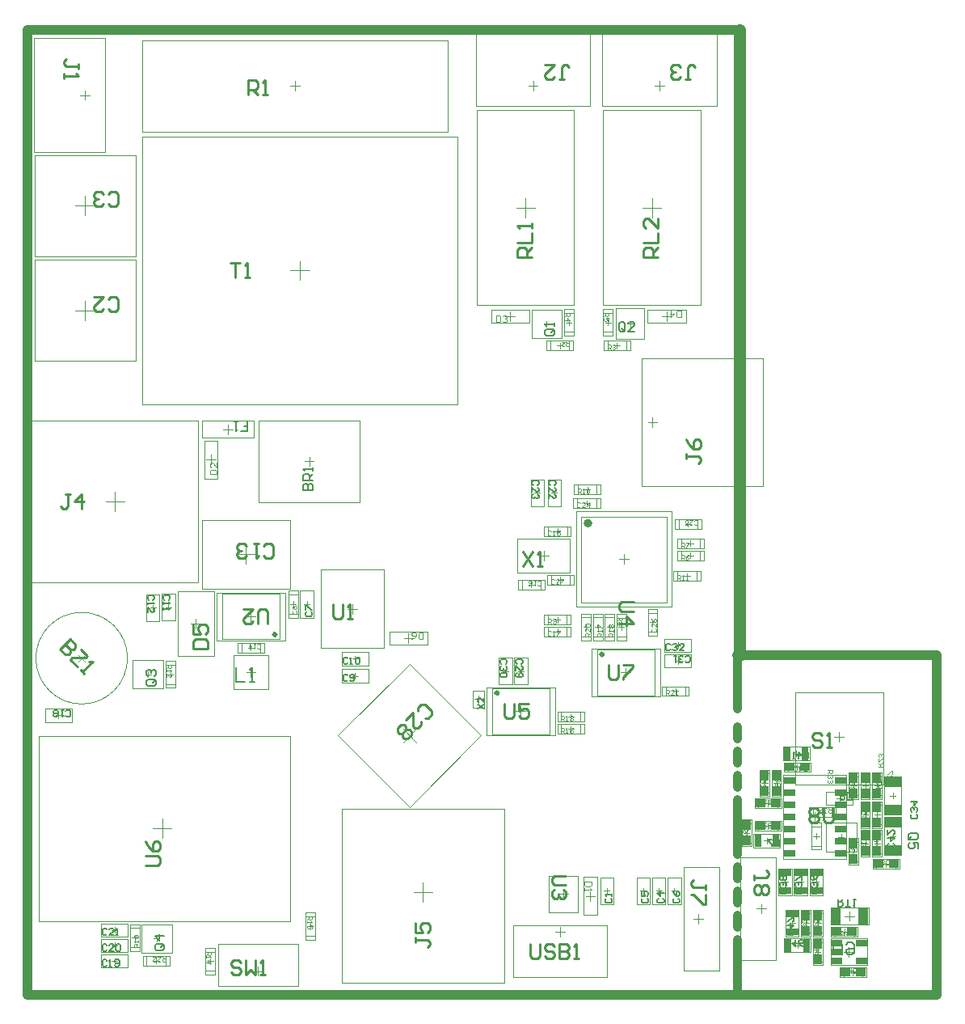
<source format=gbp>
G04*
G04 #@! TF.GenerationSoftware,Altium Limited,Altium Designer,22.7.1 (60)*
G04*
G04 Layer_Color=128*
%FSLAX25Y25*%
%MOIN*%
G70*
G04*
G04 #@! TF.SameCoordinates,8F3D338C-3F21-4459-BB37-C929D6ECBF1C*
G04*
G04*
G04 #@! TF.FilePolarity,Positive*
G04*
G01*
G75*
%ADD10C,0.00787*%
%ADD11C,0.01968*%
%ADD14C,0.00394*%
%ADD16C,0.01575*%
%ADD17C,0.00591*%
%ADD18C,0.01000*%
%ADD20C,0.00866*%
%ADD21C,0.04000*%
%ADD22C,0.03500*%
%ADD23C,0.05000*%
%ADD27R,0.04194X0.03494*%
%ADD28R,0.03150X0.05512*%
%ADD33R,0.05512X0.03150*%
%ADD36R,0.03494X0.04194*%
%ADD166R,0.05039X0.02677*%
%ADD167R,0.06693X0.03937*%
%ADD168R,0.03937X0.06693*%
%ADD169R,0.04724X0.02756*%
D10*
X113682Y205494D02*
X117618D01*
Y207462D01*
X116962Y208118D01*
X116306D01*
X115650Y207462D01*
Y205494D01*
Y207462D01*
X114994Y208118D01*
X114338D01*
X113682Y207462D01*
Y205494D01*
X117618Y209430D02*
X113682D01*
Y211398D01*
X114338Y212054D01*
X115650D01*
X116306Y211398D01*
Y209430D01*
Y210742D02*
X117618Y212054D01*
Y213366D02*
Y214677D01*
Y214021D01*
X113682D01*
X114338Y213366D01*
X87829Y229708D02*
X90453D01*
Y231676D01*
X89141D01*
X90453D01*
Y233644D01*
X86517D02*
X85205D01*
X85861D01*
Y229708D01*
X86517Y230364D01*
X85720Y132485D02*
Y126582D01*
X89655D01*
X91623D02*
X93591D01*
X92607D01*
Y132485D01*
X91623Y131501D01*
X52134Y127434D02*
X49510D01*
X48855Y126778D01*
Y125466D01*
X49510Y124810D01*
X52134D01*
X52790Y125466D01*
Y126778D01*
X51478Y126122D02*
X52790Y127434D01*
Y126778D02*
X52134Y127434D01*
X49510Y128746D02*
X48855Y129402D01*
Y130714D01*
X49510Y131370D01*
X50166D01*
X50822Y130714D01*
Y130058D01*
Y130714D01*
X51478Y131370D01*
X52134D01*
X52790Y130714D01*
Y129402D01*
X52134Y128746D01*
X246325Y271504D02*
Y274128D01*
X245669Y274784D01*
X244357D01*
X243701Y274128D01*
Y271504D01*
X244357Y270848D01*
X245669D01*
X245013Y272160D02*
X246325Y270848D01*
X245669D02*
X246325Y271504D01*
X250260Y270848D02*
X247637D01*
X250260Y273472D01*
Y274128D01*
X249605Y274784D01*
X248293D01*
X247637Y274128D01*
X216490Y271897D02*
X213866D01*
X213210Y271241D01*
Y269930D01*
X213866Y269274D01*
X216490D01*
X217146Y269930D01*
Y271241D01*
X215834Y270585D02*
X217146Y271897D01*
Y271241D02*
X216490Y271897D01*
X217146Y273209D02*
Y274521D01*
Y273865D01*
X213210D01*
X213866Y273209D01*
X55643Y18542D02*
X53019D01*
X52364Y17886D01*
Y16574D01*
X53019Y15918D01*
X55643D01*
X56299Y16574D01*
Y17886D01*
X54987Y17230D02*
X56299Y18542D01*
Y17886D02*
X55643Y18542D01*
X56299Y21822D02*
X52364D01*
X54331Y19854D01*
Y22478D01*
X363943Y61589D02*
X366567D01*
X367223Y62245D01*
Y63557D01*
X366567Y64213D01*
X363943D01*
X363287Y63557D01*
Y62245D01*
X364599Y62901D02*
X363287Y61589D01*
Y62245D02*
X363943Y61589D01*
X367223Y57653D02*
Y60277D01*
X365255D01*
X365911Y58965D01*
Y58309D01*
X365255Y57653D01*
X363943D01*
X363287Y58309D01*
Y59621D01*
X363943Y60277D01*
X332283Y13969D02*
Y18233D01*
X333136Y19085D01*
X334842D01*
X335694Y18233D01*
Y13969D01*
X337400Y18233D02*
X338253Y19085D01*
X339958D01*
X340811Y18233D01*
Y14821D01*
X339958Y13969D01*
X338253D01*
X337400Y14821D01*
Y15674D01*
X338253Y16527D01*
X340811D01*
D11*
X231791Y191831D02*
G03*
X231791Y191831I-787J0D01*
G01*
D14*
X263198Y124606D02*
X271072D01*
X263198Y120669D02*
X271072D01*
Y124606D01*
X263198Y120669D02*
Y124606D01*
X219963Y113969D02*
X227837D01*
X219963Y110032D02*
X227837D01*
Y113969D01*
X219963Y110032D02*
Y113969D01*
Y108968D02*
X227837D01*
X219963Y105031D02*
X227837D01*
Y108968D01*
X219963Y105031D02*
Y108968D01*
X215739Y170468D02*
X223613D01*
X215739Y166531D02*
X223613D01*
Y170468D01*
X215739Y166531D02*
Y170468D01*
X269390Y181535D02*
Y185473D01*
X277264Y181535D02*
Y185473D01*
X269390Y181535D02*
X277264D01*
X269390Y185473D02*
X277264D01*
X269390Y176535D02*
Y180472D01*
X277264Y176535D02*
Y180472D01*
X269390Y176535D02*
X277264D01*
X269390Y180472D02*
X277264D01*
X80208Y143978D02*
Y162876D01*
X103830Y143978D02*
Y162876D01*
X80208D02*
X103830D01*
X80208Y143978D02*
X103830D01*
X107457Y154501D02*
X111394D01*
X107457Y162375D02*
X111394D01*
Y154501D02*
Y162375D01*
X107457Y154501D02*
Y162375D01*
X95956Y138500D02*
Y142437D01*
X88082Y138500D02*
Y142437D01*
X95956D01*
X88082Y138500D02*
X95956D01*
X56845Y133472D02*
X60782D01*
X56845Y125598D02*
X60782D01*
X56845D02*
Y133472D01*
X60782Y125598D02*
Y133472D01*
X215131Y104921D02*
Y123819D01*
X191509Y104921D02*
Y123819D01*
Y104921D02*
X215131D01*
X191509Y123819D02*
X215131D01*
X226763Y207668D02*
X234637D01*
X226763Y203731D02*
X234637D01*
Y207668D01*
X226763Y203731D02*
Y207668D01*
X226574Y198031D02*
Y201969D01*
X234448Y198031D02*
Y201969D01*
X226574Y198031D02*
X234448D01*
X226574Y201969D02*
X234448D01*
X263686Y159162D02*
Y194604D01*
X228241Y159162D02*
Y194604D01*
Y159162D02*
X263686D01*
X228241Y194604D02*
X263686D01*
X214563Y186538D02*
Y190474D01*
X222437Y186538D02*
Y190474D01*
X214563Y186538D02*
X222437D01*
X214563Y190474D02*
X222437D01*
X203713Y164526D02*
X211587D01*
X203713Y168463D02*
X211587D01*
X203713Y164526D02*
Y168463D01*
X211587Y164526D02*
Y168463D01*
X214476Y153987D02*
X222350D01*
X214476Y150050D02*
X222350D01*
Y153987D01*
X214476Y150050D02*
Y153987D01*
Y145219D02*
Y149155D01*
X222350Y145219D02*
Y149155D01*
X214476Y145219D02*
X222350D01*
X214476Y149155D02*
X222350D01*
X237983Y145079D02*
Y152953D01*
X241920Y145079D02*
Y152953D01*
X237983D02*
X241920D01*
X237983Y145079D02*
X241920D01*
X233152D02*
Y152953D01*
X237089Y145079D02*
Y152953D01*
X233152D02*
X237089D01*
X233152Y145079D02*
X237089D01*
X228320D02*
Y152953D01*
X232257Y145079D02*
Y152953D01*
X228320D02*
X232257D01*
X228320Y145079D02*
X232257D01*
X246752Y145063D02*
Y152937D01*
X242815Y145063D02*
Y152937D01*
Y145063D02*
X246752D01*
X242815Y152937D02*
X246752D01*
X258366Y120857D02*
Y139755D01*
X234744Y120857D02*
Y139755D01*
Y120857D02*
X258366D01*
X234744Y139755D02*
X258366D01*
X255709Y147038D02*
X259646D01*
X255709Y154912D02*
X259646D01*
Y147038D02*
Y154912D01*
X255709Y147038D02*
Y154912D01*
X267922Y172047D02*
X275796D01*
X267922Y168110D02*
X275796D01*
Y172047D01*
X267922Y168110D02*
Y172047D01*
X276287Y189532D02*
Y193469D01*
X268413Y189532D02*
Y193469D01*
X276287D01*
X268413Y189532D02*
X276287D01*
X239063Y263064D02*
Y267001D01*
X246937Y263064D02*
Y267001D01*
X239063Y263064D02*
X246937D01*
X239063Y267001D02*
X246937D01*
X237294Y278526D02*
X241231D01*
X237294Y270652D02*
X241231D01*
X237294D02*
Y278526D01*
X241231Y270652D02*
Y278526D01*
X221190D02*
X225127D01*
X221190Y270652D02*
X225127D01*
X221190D02*
Y278526D01*
X225127Y270652D02*
Y278526D01*
X223326Y263064D02*
Y267001D01*
X215452Y263064D02*
Y267001D01*
X223326D01*
X215452Y263064D02*
X223326D01*
X42135Y17126D02*
Y25000D01*
X46072Y17126D02*
Y25000D01*
X42135D02*
X46072D01*
X42135Y17126D02*
X46072D01*
X49016Y9512D02*
X56890D01*
X49016Y13449D02*
X56890D01*
X49016Y9512D02*
Y13449D01*
X56890Y9512D02*
Y13449D01*
X77165Y7382D02*
Y15256D01*
X73228Y7382D02*
Y15256D01*
Y7382D02*
X77165D01*
X73228Y15256D02*
X77165D01*
X118602Y21850D02*
Y29724D01*
X114665Y21850D02*
Y29724D01*
Y21850D02*
X118602D01*
X114665Y29724D02*
X118602D01*
X323232Y66737D02*
X327168D01*
X323232Y58863D02*
X327168D01*
X323232D02*
Y66737D01*
X327168Y58863D02*
Y66737D01*
X323713Y70912D02*
X331587D01*
X323713Y74849D02*
X331587D01*
X323713Y70912D02*
Y74849D01*
X331587Y70912D02*
Y74849D01*
X298416Y60263D02*
Y68137D01*
X294479Y60263D02*
Y68137D01*
X298416D01*
X294479Y60263D02*
X298416D01*
X301271Y65032D02*
Y68969D01*
X309145Y65032D02*
Y68969D01*
X301271D02*
X309145D01*
X301271Y65032D02*
X309145D01*
X301271Y74401D02*
Y78338D01*
X309145Y74401D02*
Y78338D01*
X301271D02*
X309145D01*
X301271Y74401D02*
X309145D01*
X301894Y80808D02*
X305831D01*
X301894Y88682D02*
X305831D01*
X301894Y80808D02*
Y88682D01*
X305831Y80808D02*
Y88682D01*
X306726Y80808D02*
Y88682D01*
X310663Y80808D02*
Y88682D01*
X306726Y80808D02*
X310663D01*
X306726Y88682D02*
X310663D01*
X313386Y93274D02*
X321260D01*
X313386Y89337D02*
X321260D01*
X313386D02*
Y93274D01*
X321260Y89337D02*
Y93274D01*
X352264Y55879D02*
Y63753D01*
X348327Y55879D02*
Y63753D01*
X352264D01*
X348327Y55879D02*
X352264D01*
X347343Y67797D02*
Y75671D01*
X343406Y67797D02*
Y75671D01*
X347343D01*
X343406Y67797D02*
X347343D01*
X348237D02*
X352174D01*
X348237Y75671D02*
X352174D01*
X348237Y67797D02*
Y75671D01*
X352174Y67797D02*
Y75671D01*
X342487Y79716D02*
Y87590D01*
X338550Y79716D02*
Y87590D01*
X342487D01*
X338550Y79716D02*
X342487D01*
X343406D02*
X347343D01*
X343406Y87590D02*
X347343D01*
X343406Y79716D02*
Y87590D01*
X347343Y79716D02*
Y87590D01*
X348237Y87598D02*
X352174D01*
X348237Y79724D02*
X352174D01*
Y87598D01*
X348237Y79724D02*
Y87598D01*
X342511Y52560D02*
Y60434D01*
X338574Y52560D02*
Y60434D01*
X342511D01*
X338574Y52560D02*
X342511D01*
X343406Y55879D02*
X347343D01*
X343406Y63753D02*
X347343D01*
X343406Y55879D02*
Y63753D01*
X347343Y55879D02*
Y63753D01*
X350000Y49472D02*
Y53409D01*
X357874Y49472D02*
Y53409D01*
X350000D02*
X357874D01*
X350000Y49472D02*
X357874D01*
X318907Y23130D02*
X322844D01*
X318907Y31004D02*
X322844D01*
X318907Y23130D02*
Y31004D01*
X322844Y23130D02*
Y31004D01*
X323926Y23130D02*
X327863D01*
X323926Y31004D02*
X327863D01*
X323926Y23130D02*
Y31004D01*
X327863Y23130D02*
Y31004D01*
X323828Y11211D02*
X327765D01*
X323828Y19085D02*
X327765D01*
X323828Y11211D02*
Y19085D01*
X327765Y11211D02*
Y19085D01*
X340748Y21555D02*
Y25492D01*
X332874Y21555D02*
Y25492D01*
Y21555D02*
X340748D01*
X332874Y25492D02*
X340748D01*
X336417Y4748D02*
X344291D01*
X336417Y8685D02*
X344291D01*
Y4748D02*
Y8685D01*
X336417Y4748D02*
Y8685D01*
X41106Y136203D02*
G03*
X41106Y136203I-18898J0D01*
G01*
X316535Y84153D02*
Y121949D01*
Y84153D02*
X352756D01*
Y121949D01*
X316535D02*
X352756D01*
X332677Y103839D02*
X336614D01*
X334646Y101870D02*
Y105807D01*
X108150Y27836D02*
Y104215D01*
X4606D02*
X108150D01*
X4606Y27836D02*
X108150D01*
X4606D02*
Y104215D01*
X51457Y66026D02*
X59331D01*
X55394Y62089D02*
Y69963D01*
X236811Y363780D02*
X284055D01*
X236811D02*
Y393307D01*
X284055D01*
Y363780D02*
Y393307D01*
X258465Y372047D02*
X262402D01*
X260433Y370079D02*
Y374016D01*
X184744Y363780D02*
X231988D01*
X184744D02*
Y393307D01*
X231988D01*
Y363780D02*
Y393307D01*
X206398Y372047D02*
X210335D01*
X208366Y370079D02*
Y374016D01*
X261623Y124606D02*
X272647D01*
Y120669D02*
Y124606D01*
X261623Y120669D02*
X272647D01*
X261623D02*
Y124606D01*
X267135Y121457D02*
Y123819D01*
X265954Y122638D02*
X268316D01*
X268135Y140319D02*
Y142681D01*
X266954Y141500D02*
X269316D01*
X262623Y144256D02*
X273647D01*
Y138744D02*
Y144256D01*
X262623Y138744D02*
X273647D01*
X262623D02*
Y144256D01*
X268135Y133912D02*
Y136275D01*
X266954Y135093D02*
X269316D01*
X262623Y132338D02*
X273647D01*
X262623D02*
Y137849D01*
X273647D01*
Y132338D02*
Y137849D01*
X218388Y113969D02*
X229412D01*
Y110032D02*
Y113969D01*
X218388Y110032D02*
X229412D01*
X218388D02*
Y113969D01*
X223900Y110819D02*
Y113181D01*
X222719Y112000D02*
X225081D01*
X218388Y108968D02*
X229412D01*
Y105031D02*
Y108968D01*
X218388Y105031D02*
X229412D01*
X218388D02*
Y108968D01*
X223900Y105819D02*
Y108181D01*
X222719Y107000D02*
X225081D01*
X270571Y50000D02*
X285138D01*
X270571Y7480D02*
Y50000D01*
Y7480D02*
X285138D01*
Y50000D01*
X276476Y26772D02*
Y30709D01*
X274508Y28740D02*
X278445D01*
X159055Y39764D02*
X166929D01*
X162992Y35827D02*
Y43701D01*
X129528Y2362D02*
Y16142D01*
Y2362D02*
X196457D01*
Y74016D01*
X129528D02*
X196457D01*
X129528Y16142D02*
Y74016D01*
X212900Y176532D02*
X212900Y180468D01*
X210931Y178500D02*
X214868Y178500D01*
X201876Y171414D02*
Y185587D01*
Y171414D02*
X223530D01*
Y185587D01*
X201876D02*
X223530D01*
X218495Y168500D02*
X220857D01*
X219676Y167319D02*
Y169681D01*
X214164Y166531D02*
Y170468D01*
Y166531D02*
X225188D01*
Y170468D01*
X214164D02*
X225188D01*
X129488Y133244D02*
Y138756D01*
Y133244D02*
X140512D01*
Y138756D01*
X129488D02*
X140512D01*
X133819Y136000D02*
X136181D01*
X135000Y134819D02*
Y137181D01*
X129488Y126157D02*
Y131669D01*
Y126157D02*
X140512D01*
Y131669D01*
X129488D02*
X140512D01*
X133819Y128913D02*
X136181D01*
X135000Y127732D02*
Y130095D01*
X20817Y134811D02*
X23600Y137595D01*
X20817Y137595D02*
X23600Y134811D01*
X272146Y183504D02*
X274508D01*
X273327Y182323D02*
Y184685D01*
X267815Y181535D02*
Y185473D01*
Y181535D02*
X278839D01*
Y185473D01*
X267815D02*
X278839D01*
X272146Y178504D02*
X274508D01*
X273327Y177323D02*
Y179685D01*
X267815Y176535D02*
Y180472D01*
Y176535D02*
X278839D01*
Y180472D01*
X267815D02*
X278839D01*
X95177Y200376D02*
Y234234D01*
X136909D01*
Y200376D02*
Y234234D01*
X95177Y200376D02*
X136909D01*
X116043Y215336D02*
Y219273D01*
X114075Y217305D02*
X118012D01*
X82579Y228526D02*
Y232463D01*
X80610Y230494D02*
X84547D01*
X87697Y226951D02*
X93209D01*
Y234037D01*
X71949D02*
X93209D01*
X71949Y226951D02*
Y234037D01*
Y226951D02*
X87697D01*
X72835Y216437D02*
Y225886D01*
X78346D01*
Y210138D02*
Y225886D01*
X72835Y210138D02*
X78346D01*
X72835D02*
Y216437D01*
X75591Y216043D02*
Y219980D01*
X73622Y218012D02*
X77559D01*
X61793Y137106D02*
Y163878D01*
Y137106D02*
X76754D01*
Y163878D01*
X61793D02*
X76754D01*
X69274Y148524D02*
Y152461D01*
X67305Y150492D02*
X71242D01*
X56765Y157194D02*
X59127D01*
X57946Y156013D02*
Y158375D01*
X60702Y151682D02*
Y162706D01*
X55190Y151682D02*
X60702D01*
X55190D02*
Y162706D01*
X60702D01*
X50358Y157087D02*
X52720D01*
X51539Y155905D02*
Y158268D01*
X54295Y151575D02*
Y162598D01*
X48783Y151575D02*
X54295D01*
X48783D02*
Y162598D01*
X54295D01*
X84932Y137605D02*
X99105D01*
Y123432D02*
Y137605D01*
X84932Y123432D02*
X99105D01*
X84932D02*
Y137605D01*
X92019Y128550D02*
Y132487D01*
X90050Y130519D02*
X93987D01*
X86015Y179018D02*
X93889D01*
X89952Y175081D02*
Y182955D01*
X108062Y164845D02*
Y193191D01*
X71842D02*
X108062D01*
X71842Y164845D02*
Y193191D01*
Y164845D02*
X108062D01*
X90050Y153427D02*
X93987D01*
X92019Y151459D02*
Y155396D01*
X77845Y143585D02*
X106192D01*
Y152640D01*
Y163270D01*
X77845D02*
X106192D01*
X77845Y143585D02*
Y163270D01*
X149126Y141744D02*
X158575D01*
X149126D02*
Y147256D01*
X164874D01*
Y141744D02*
Y147256D01*
X158575Y141744D02*
X164874D01*
X155031Y144500D02*
X158968D01*
X157000Y142532D02*
Y146468D01*
X120973Y140426D02*
Y172710D01*
Y140426D02*
X146958D01*
Y172710D01*
X120973D02*
X146958D01*
X131997Y156568D02*
X135934D01*
X133966Y154599D02*
Y158536D01*
X113919Y158438D02*
X116281D01*
X115100Y157257D02*
Y159619D01*
X112345Y152926D02*
Y163950D01*
X117856D01*
Y152926D02*
Y163950D01*
X112345Y152926D02*
X117856D01*
X107457D02*
Y163950D01*
X111394D01*
Y152926D02*
Y163950D01*
X107457Y152926D02*
X111394D01*
X108244Y158438D02*
X110606D01*
X109425Y157257D02*
Y159619D01*
X86507Y138500D02*
X97531D01*
X86507D02*
Y142437D01*
X97531D01*
Y138500D02*
Y142437D01*
X92019Y139287D02*
Y141649D01*
X90838Y140469D02*
X93200D01*
X58814Y128354D02*
Y130716D01*
X57633Y129535D02*
X59995D01*
X56845Y135046D02*
X60782D01*
X56845Y124023D02*
Y135046D01*
Y124023D02*
X60782D01*
Y135046D01*
X43341Y123629D02*
Y135440D01*
X55940D01*
Y123629D02*
Y135440D01*
X43341Y123629D02*
X55940D01*
X49641Y128354D02*
Y130716D01*
X48460Y129535D02*
X50822D01*
X18110Y109914D02*
Y115426D01*
X7087D02*
X18110D01*
X7087Y109914D02*
Y115426D01*
Y109914D02*
X18110D01*
X11417Y112670D02*
X13780D01*
X12598Y111489D02*
Y113851D01*
X154696Y107115D02*
X160264Y101547D01*
X154696D02*
X160264Y107115D01*
X157480Y74822D02*
X186989Y104331D01*
X127971D02*
X157480Y74822D01*
X127971Y104331D02*
X157480Y133840D01*
X186989Y104331D01*
X183537Y115748D02*
X188261D01*
Y122835D01*
X183537D02*
X188261D01*
X183537Y115748D02*
Y122835D01*
X185899Y117717D02*
Y120866D01*
X184324Y119291D02*
X187474D01*
X201352Y114370D02*
X205289D01*
X203320Y112401D02*
Y116339D01*
X189147Y124213D02*
X217493D01*
X189147Y115157D02*
Y124213D01*
Y104527D02*
Y115157D01*
Y104527D02*
X217493D01*
Y124213D01*
X202264Y130816D02*
X204626D01*
X203445Y129635D02*
Y131997D01*
X206201Y125304D02*
Y136328D01*
X200689Y125304D02*
X206201D01*
X200689D02*
Y136328D01*
X206201D01*
X195857Y130816D02*
X198219D01*
X197038Y129635D02*
Y131997D01*
X199794Y125304D02*
Y136328D01*
X194282Y125304D02*
X199794D01*
X194282D02*
Y136328D01*
X199794D01*
X225188Y207668D02*
X236212D01*
Y203731D02*
Y207668D01*
X225188Y203731D02*
X236212D01*
X225188D02*
Y207668D01*
X230700Y204519D02*
Y206881D01*
X229519Y205700D02*
X231881D01*
X225000Y201969D02*
X236023D01*
Y198031D02*
Y201969D01*
X225000Y198031D02*
X236023D01*
X225000D02*
Y201969D01*
X230511Y198819D02*
Y201181D01*
X229330Y200000D02*
X231693D01*
X226083Y196752D02*
X265453D01*
X226083Y157382D02*
Y196752D01*
Y157382D02*
X265453D01*
Y196752D01*
X243799Y177067D02*
X247736D01*
X245768Y175098D02*
Y179035D01*
X215944Y204429D02*
X218306D01*
X217125Y203248D02*
Y205610D01*
X219881Y198917D02*
Y209941D01*
X214369Y198917D02*
X219881D01*
X214369D02*
Y209941D01*
X219881D01*
X208957Y204429D02*
X211319D01*
X210138Y203248D02*
Y205610D01*
X212894Y198917D02*
Y209941D01*
X207382Y198917D02*
X212894D01*
X207382D02*
Y209941D01*
X212894D01*
X212988Y190474D02*
X224012D01*
Y186538D02*
Y190474D01*
X212988Y186538D02*
X224012D01*
X212988D02*
Y190474D01*
X218500Y187325D02*
Y189687D01*
X217319Y188506D02*
X219681D01*
X206469Y166494D02*
X208831D01*
X207650Y165313D02*
Y167675D01*
X213162Y164526D02*
Y168463D01*
X202138D02*
X213162D01*
X202138Y164526D02*
Y168463D01*
Y164526D02*
X213162D01*
X212901Y153987D02*
X223925D01*
Y150050D02*
Y153987D01*
X212901Y150050D02*
X223925D01*
X212901D02*
Y153987D01*
X218413Y150838D02*
Y153200D01*
X217232Y152019D02*
X219595D01*
X212901Y149155D02*
X223925D01*
Y145219D02*
Y149155D01*
X212901Y145219D02*
X223925D01*
X212901D02*
Y149155D01*
X218413Y146006D02*
Y148368D01*
X217232Y147187D02*
X219595D01*
X237983Y143504D02*
Y154528D01*
X241920D01*
Y143504D02*
Y154528D01*
X237983Y143504D02*
X241920D01*
X238771Y149016D02*
X241133D01*
X239952Y147835D02*
Y150197D01*
X233152Y143504D02*
Y154528D01*
X237089D01*
Y143504D02*
Y154528D01*
X233152Y143504D02*
X237089D01*
X233939Y149016D02*
X236301D01*
X235120Y147835D02*
Y150197D01*
X228320Y143504D02*
Y154528D01*
X232257D01*
Y143504D02*
Y154528D01*
X228320Y143504D02*
X232257D01*
X229107Y149016D02*
X231469D01*
X230288Y147835D02*
Y150197D01*
X246752Y143488D02*
Y154512D01*
X242815Y143488D02*
X246752D01*
X242815D02*
Y154512D01*
X246752D01*
X243602Y149000D02*
X245965D01*
X244783Y147819D02*
Y150181D01*
X244587Y130306D02*
X248524D01*
X246555Y128338D02*
Y132275D01*
X232382Y140149D02*
X260728D01*
X232382Y131094D02*
Y140149D01*
Y120464D02*
Y131094D01*
Y120464D02*
X260728D01*
Y140149D01*
X255709Y145464D02*
Y156487D01*
X259646D01*
Y145464D02*
Y156487D01*
X255709Y145464D02*
X259646D01*
X256496Y150975D02*
X258858D01*
X257677Y149794D02*
Y152156D01*
X266347Y172047D02*
X277371D01*
Y168110D02*
Y172047D01*
X266347Y168110D02*
X277371D01*
X266347D02*
Y172047D01*
X271859Y168898D02*
Y171260D01*
X270678Y170079D02*
X273040D01*
X266838Y189532D02*
X277862D01*
X266838D02*
Y193469D01*
X277862D01*
Y189532D02*
Y193469D01*
X272350Y190319D02*
Y192681D01*
X271169Y191500D02*
X273531D01*
X242520Y280297D02*
X254331D01*
Y267699D02*
Y280297D01*
X242520Y267699D02*
X254331D01*
X242520D02*
Y280297D01*
X247244Y273998D02*
X249606D01*
X248425Y272817D02*
Y275179D01*
X253346Y211023D02*
Y259842D01*
X303346D01*
Y207086D02*
Y259842D01*
X253346Y207086D02*
X303346D01*
X253346D02*
Y211023D01*
X257677Y231496D02*
Y235433D01*
X255709Y233465D02*
X259646D01*
X241819Y265033D02*
X244181D01*
X243000Y263851D02*
Y266213D01*
X237488Y263064D02*
Y267001D01*
Y263064D02*
X248512D01*
Y267001D01*
X237488D02*
X248512D01*
X239263Y273407D02*
Y275769D01*
X238082Y274588D02*
X240444D01*
X237294Y280100D02*
X241231D01*
X237294Y269077D02*
Y280100D01*
Y269077D02*
X241231D01*
Y280100D01*
X263493Y275179D02*
Y279116D01*
X261525Y277148D02*
X265462D01*
X265068Y274392D02*
X271367D01*
Y279904D01*
X255619D02*
X271367D01*
X255619Y274392D02*
Y279904D01*
Y274392D02*
X265068D01*
X237264Y281723D02*
Y362038D01*
X277421D01*
Y281723D02*
Y362038D01*
X237264Y281723D02*
X277421D01*
X257382Y317905D02*
Y325779D01*
X253445Y321842D02*
X261319D01*
X185197Y281723D02*
Y362038D01*
X225354D01*
Y281723D02*
Y362038D01*
X185197Y281723D02*
X225354D01*
X205315Y317905D02*
Y325779D01*
X201378Y321842D02*
X209252D01*
X223158Y273408D02*
Y275770D01*
X221977Y274588D02*
X224340D01*
X221190Y280100D02*
X225127D01*
X221190Y269077D02*
Y280100D01*
Y269077D02*
X225127D01*
Y280100D01*
X218208Y265032D02*
X220570D01*
X219389Y263851D02*
Y266213D01*
X224901Y263064D02*
Y267001D01*
X213878D02*
X224901D01*
X213878Y263064D02*
Y267001D01*
Y263064D02*
X224901D01*
X207697Y268092D02*
Y279904D01*
X220295D01*
Y268092D02*
Y279904D01*
X207697Y268092D02*
X220295D01*
X213996Y272817D02*
Y275179D01*
X212815Y273998D02*
X215177D01*
X198928Y275179D02*
Y279116D01*
X196960Y277148D02*
X200897D01*
X191054Y279904D02*
X197353D01*
X191054Y274392D02*
Y279904D01*
Y274392D02*
X206802D01*
Y279904D01*
X197353D02*
X206802D01*
X112205Y292019D02*
Y299893D01*
X108268Y295956D02*
X116142D01*
X47244Y351074D02*
X177165D01*
Y240838D02*
Y351074D01*
X47244Y240838D02*
X177165D01*
X47244D02*
Y351074D01*
X110236Y370079D02*
Y374016D01*
X108268Y372047D02*
X112205D01*
X47244Y390945D02*
X67717D01*
X47244Y353150D02*
Y390945D01*
Y353150D02*
X173228D01*
Y390945D01*
X67717D02*
X173228D01*
X31890Y344646D02*
Y391890D01*
X2362Y344646D02*
X31890D01*
X2362D02*
Y391890D01*
X31890D01*
X23622Y366299D02*
Y370236D01*
X21654Y368268D02*
X25591D01*
X23622Y318751D02*
Y326625D01*
X19685Y322688D02*
X27559D01*
X2756Y301822D02*
X44488D01*
X2756D02*
Y343554D01*
X44488D01*
Y301822D02*
Y343554D01*
X23622Y275590D02*
Y283465D01*
X19685Y279528D02*
X27559D01*
X2756Y258661D02*
X44488D01*
X2756D02*
Y300394D01*
X44488D01*
Y258661D02*
Y300394D01*
X12357Y234234D02*
X70231D01*
Y167305D02*
Y234234D01*
X-1422Y167305D02*
X70231D01*
X-1422D02*
Y234234D01*
X12357D01*
X32042Y200770D02*
X39916D01*
X35979Y196833D02*
Y204707D01*
X35728Y23005D02*
Y25367D01*
X34547Y24186D02*
X36909D01*
X30217Y26942D02*
X41240D01*
Y21430D02*
Y26942D01*
X30217Y21430D02*
X41240D01*
X30217D02*
Y26942D01*
X35728Y16598D02*
Y18961D01*
X34547Y17779D02*
X36909D01*
X30217Y20535D02*
X41240D01*
Y15024D02*
Y20535D01*
X30217Y15024D02*
X41240D01*
X30217D02*
Y20535D01*
Y8617D02*
Y14129D01*
Y8617D02*
X41240D01*
Y14129D01*
X30217D02*
X41240D01*
X34547Y11373D02*
X36909D01*
X35728Y10192D02*
Y12554D01*
X42135Y15551D02*
Y26575D01*
X46072D01*
Y15551D02*
Y26575D01*
X42135Y15551D02*
X46072D01*
X42922Y21063D02*
X45284D01*
X44103Y19882D02*
Y22244D01*
X51969Y20643D02*
X54331D01*
X53150Y19462D02*
Y21824D01*
X46850Y14737D02*
X59449D01*
Y26548D01*
X46850D02*
X59449D01*
X46850Y14737D02*
Y26548D01*
X47441Y9512D02*
X58465D01*
X47441D02*
Y13449D01*
X58465D01*
Y9512D02*
Y13449D01*
X52953Y10299D02*
Y12661D01*
X51772Y11480D02*
X54134D01*
X77165Y5807D02*
Y16831D01*
X73228Y5807D02*
X77165D01*
X73228D02*
Y16831D01*
X77165D01*
X74016Y11319D02*
X76378D01*
X75197Y10138D02*
Y12500D01*
X94775Y5413D02*
Y8957D01*
X93003Y7185D02*
X96546D01*
X78436Y1280D02*
Y18406D01*
Y1280D02*
X111507D01*
Y18406D01*
X78436D02*
X111507D01*
X118602Y20275D02*
Y31299D01*
X114665Y20275D02*
X118602D01*
X114665D02*
Y31299D01*
X118602D01*
X115453Y25787D02*
X117815D01*
X116634Y24606D02*
Y26968D01*
X218799Y26083D02*
X238878D01*
Y4823D02*
Y26083D01*
X200295Y4823D02*
X238878D01*
X200295D02*
Y26083D01*
X218799D01*
X217618Y23327D02*
X221555D01*
X219587Y21358D02*
Y25295D01*
X218898Y38976D02*
X222835D01*
X220866Y37008D02*
Y40945D01*
X214961Y46457D02*
X226772D01*
X214961Y31496D02*
Y46457D01*
Y31496D02*
X226772D01*
Y46457D01*
X234753Y30315D02*
Y39764D01*
X229241Y30315D02*
X234753D01*
X229241D02*
Y46063D01*
X234753D01*
Y39764D02*
Y46063D01*
X231997Y36220D02*
Y40157D01*
X230029Y38189D02*
X233966D01*
X237598Y40354D02*
X239961D01*
X238780Y39173D02*
Y41535D01*
X236024Y34843D02*
Y45866D01*
X241535D01*
Y34843D02*
Y45866D01*
X236024Y34843D02*
X241535D01*
X252631Y40354D02*
X254993D01*
X253812Y39173D02*
Y41536D01*
X251056Y34843D02*
Y45866D01*
X256568D01*
Y34843D02*
Y45866D01*
X251056Y34843D02*
X256568D01*
X259037Y40354D02*
X261400D01*
X260218Y39173D02*
Y41536D01*
X257463Y34843D02*
Y45866D01*
X262974D01*
Y34843D02*
Y45866D01*
X257463Y34843D02*
X262974D01*
X265444Y40354D02*
X267806D01*
X266625Y39173D02*
Y41536D01*
X263869Y34843D02*
Y45866D01*
X269381D01*
Y34843D02*
Y45866D01*
X263869Y34843D02*
X269381D01*
X325200Y61619D02*
Y63981D01*
X324019Y62800D02*
X326381D01*
X323232Y68312D02*
X327168D01*
X323232Y57288D02*
Y68312D01*
Y57288D02*
X327168D01*
Y68312D01*
X341754Y56595D02*
Y68406D01*
X329155Y56595D02*
X341754D01*
X329155D02*
Y68406D01*
X341754D01*
X335454Y61319D02*
Y63681D01*
X334273Y62500D02*
X336635D01*
X322138Y70912D02*
X333162D01*
X322138D02*
Y74849D01*
X333162D01*
Y70912D02*
Y74849D01*
X327650Y71700D02*
Y74062D01*
X326469Y72881D02*
X328831D01*
X334800Y77319D02*
Y79681D01*
X333619Y78500D02*
X335981D01*
X329288Y75744D02*
X340312D01*
X329288D02*
Y81256D01*
X340312D01*
Y75744D02*
Y81256D01*
X293799Y54232D02*
X308366D01*
Y11713D02*
Y54232D01*
X293799Y11713D02*
X308366D01*
X293799D02*
Y54232D01*
X302461Y31004D02*
Y34941D01*
X300492Y32972D02*
X304429D01*
X298416Y58688D02*
Y69712D01*
X294479D02*
X298416D01*
X294479Y58688D02*
Y69712D01*
Y58688D02*
X298416D01*
X295267Y64200D02*
X297629D01*
X296448Y63019D02*
Y65381D01*
X310335Y58244D02*
Y63756D01*
X299311Y58244D02*
X310335D01*
X299311D02*
Y63756D01*
X310335D01*
X303642Y61000D02*
X306004D01*
X304823Y59819D02*
Y62181D01*
X304027Y67000D02*
X306389D01*
X305208Y65819D02*
Y68181D01*
X299696Y65032D02*
Y68969D01*
X310719D01*
Y65032D02*
Y68969D01*
X299696Y65032D02*
X310719D01*
X304027Y76370D02*
X306389D01*
X305208Y75188D02*
Y77551D01*
X299696Y74401D02*
Y78338D01*
X310719D01*
Y74401D02*
Y78338D01*
X299696Y74401D02*
X310719D01*
X303863Y83563D02*
Y85926D01*
X302682Y84745D02*
X305044D01*
X301894Y79233D02*
X305831D01*
X301894D02*
Y90256D01*
X305831D01*
Y79233D02*
Y90256D01*
X308695Y83563D02*
Y85926D01*
X307514Y84745D02*
X309876D01*
X306726Y90256D02*
X310663D01*
Y79233D02*
Y90256D01*
X306726Y79233D02*
X310663D01*
X306726D02*
Y90256D01*
X316142Y91305D02*
X318504D01*
X317323Y90124D02*
Y92487D01*
X322835Y89337D02*
Y93274D01*
X311811Y89337D02*
X322835D01*
X311811D02*
Y93274D01*
X322835D01*
X337598Y53543D02*
Y88189D01*
X311614Y53543D02*
X337598D01*
X311614D02*
Y88189D01*
X337598D01*
X322638Y70866D02*
X326575D01*
X324606Y68898D02*
Y72835D01*
X322441Y94169D02*
Y99680D01*
X311417Y94169D02*
X322441D01*
X311417D02*
Y99680D01*
X322441D01*
X315748Y96925D02*
X318110D01*
X316929Y95743D02*
Y98106D01*
X350295Y58635D02*
Y60997D01*
X349114Y59816D02*
X351476D01*
X348327Y54304D02*
X352264D01*
X348327D02*
Y65328D01*
X352264D01*
Y54304D02*
Y65328D01*
X345374Y70553D02*
Y72915D01*
X344193Y71734D02*
X346555D01*
X343406Y66222D02*
X347343D01*
X343406D02*
Y77246D01*
X347343D01*
Y66222D02*
Y77246D01*
X350206Y70553D02*
Y72915D01*
X349025Y71734D02*
X351387D01*
X348237Y66222D02*
X352174D01*
X348237D02*
Y77246D01*
X352174D01*
Y66222D02*
Y77246D01*
X340518Y82471D02*
Y84834D01*
X339337Y83653D02*
X341699D01*
X338550Y78141D02*
X342487D01*
X338550D02*
Y89164D01*
X342487D01*
Y78141D02*
Y89164D01*
X345374Y82471D02*
Y84834D01*
X344193Y83653D02*
X346555D01*
X343406Y78141D02*
X347343D01*
X343406D02*
Y89164D01*
X347343D01*
Y78141D02*
Y89164D01*
X350206Y82480D02*
Y84843D01*
X349025Y83661D02*
X351387D01*
X348237Y89173D02*
X352174D01*
Y78149D02*
Y89173D01*
X348237Y78149D02*
X352174D01*
X348237D02*
Y89173D01*
X340542Y55315D02*
Y57678D01*
X339361Y56497D02*
X341723D01*
X338574Y50985D02*
X342511D01*
X338574D02*
Y62008D01*
X342511D01*
Y50985D02*
Y62008D01*
X345374Y58635D02*
Y60997D01*
X344193Y59816D02*
X346555D01*
X343406Y54304D02*
X347343D01*
X343406D02*
Y65328D01*
X347343D01*
Y54304D02*
Y65328D01*
X353171Y71662D02*
X360258D01*
X353171D02*
Y87411D01*
X360258D01*
Y71662D02*
Y87411D01*
X356714Y78355D02*
Y80718D01*
X355533Y79536D02*
X357895D01*
X353261Y55020D02*
X360347D01*
X353261D02*
Y70768D01*
X360347D01*
Y55020D02*
Y70768D01*
X356804Y61712D02*
Y64075D01*
X355623Y62894D02*
X357985D01*
X352756Y51441D02*
X355118D01*
X353937Y50260D02*
Y52622D01*
X348425Y49472D02*
Y53409D01*
X359448D01*
Y49472D02*
Y53409D01*
X348425Y49472D02*
X359448D01*
X309556Y38583D02*
X315068D01*
X309556D02*
Y49606D01*
X315068D01*
Y38583D02*
Y49606D01*
X312312Y42913D02*
Y45276D01*
X311131Y44094D02*
X313493D01*
X315963Y38583D02*
X321474D01*
X315963D02*
Y49606D01*
X321474D01*
Y38583D02*
Y49606D01*
X318719Y42913D02*
Y45276D01*
X317537Y44094D02*
X319900D01*
X322369Y38583D02*
X327881D01*
X322369D02*
Y49606D01*
X327881D01*
Y38583D02*
Y49606D01*
X325125Y42913D02*
Y45276D01*
X323944Y44094D02*
X326306D01*
X312500Y21555D02*
X318012D01*
X312500D02*
Y32579D01*
X318012D01*
Y21555D02*
Y32579D01*
X315256Y25886D02*
Y28248D01*
X314075Y27067D02*
X316437D01*
X320875Y25885D02*
Y28248D01*
X319694Y27067D02*
X322056D01*
X318907Y21555D02*
X322844D01*
X318907D02*
Y32578D01*
X322844D01*
Y21555D02*
Y32578D01*
X325895Y25885D02*
Y28248D01*
X324714Y27067D02*
X327076D01*
X323926Y21555D02*
X327863D01*
X323926D02*
Y32578D01*
X327863D01*
Y21555D02*
Y32578D01*
X311909Y15148D02*
Y20660D01*
X322933D01*
Y15148D02*
Y20660D01*
X311909Y15148D02*
X322933D01*
X316240Y17904D02*
X318602D01*
X317421Y16723D02*
Y19085D01*
X325796Y13967D02*
Y16329D01*
X324615Y15148D02*
X326977D01*
X323828Y9636D02*
X327765D01*
X323828D02*
Y20660D01*
X327765D01*
Y9636D02*
Y20660D01*
X335630Y23523D02*
X337992D01*
X336811Y22342D02*
Y24704D01*
X342323Y21555D02*
Y25492D01*
X331299Y21555D02*
X342323D01*
X331299D02*
Y25492D01*
X342323D01*
X331041Y26386D02*
Y33473D01*
X346789D01*
Y26386D02*
Y33473D01*
X331041Y26386D02*
X346789D01*
X336947Y29930D02*
X340884D01*
X338915Y27961D02*
Y31898D01*
X331102Y9636D02*
Y20660D01*
X346063D01*
Y9636D02*
Y20660D01*
X331102Y9636D02*
X346063D01*
X336614Y15148D02*
X340551D01*
X338583Y13180D02*
Y17117D01*
X339173Y6716D02*
X341535D01*
X340354Y5535D02*
Y7897D01*
X334843Y4748D02*
Y8685D01*
X345866D01*
Y4748D02*
Y8685D01*
X334843Y4748D02*
X345866D01*
X41106Y136203D02*
G03*
X41106Y136203I-18898J0D01*
G01*
X316535Y84153D02*
Y121949D01*
X352756Y84153D02*
Y121949D01*
X316535D02*
X352756D01*
X316535Y84153D02*
X352756D01*
X4606Y27836D02*
Y104215D01*
X108150D01*
Y27836D02*
Y104215D01*
X4606Y27836D02*
X108150D01*
X236811Y363780D02*
X284055D01*
X236811Y393307D02*
X284055D01*
X236811Y363780D02*
Y393307D01*
X284055Y363780D02*
Y393307D01*
X184744Y363780D02*
X231988D01*
X184744Y393307D02*
X231988D01*
X184744Y363780D02*
Y393307D01*
X231988Y363780D02*
Y393307D01*
X261623Y124606D02*
X272647D01*
Y120669D02*
Y124606D01*
X261623Y120669D02*
X272647D01*
X261623D02*
Y124606D01*
X262623Y138744D02*
X273647D01*
Y144256D01*
X262623D02*
X273647D01*
X262623Y138744D02*
Y144256D01*
Y137849D02*
X273647D01*
X262623Y132338D02*
Y137849D01*
Y132338D02*
X273647D01*
Y137849D01*
X218388Y113969D02*
X229412D01*
Y110032D02*
Y113969D01*
X218388Y110032D02*
X229412D01*
X218388D02*
Y113969D01*
Y108968D02*
X229412D01*
Y105031D02*
Y108968D01*
X218388Y105031D02*
X229412D01*
X218388D02*
Y108968D01*
X270571Y7480D02*
Y50000D01*
X285138Y7480D02*
Y50000D01*
X270571Y7480D02*
X285138D01*
X270571Y50000D02*
X285138D01*
X129528Y16142D02*
Y74016D01*
Y2362D02*
X196457D01*
X129528Y74016D02*
X196457D01*
Y2362D02*
Y74016D01*
X129528Y2362D02*
Y16142D01*
X201876Y185587D02*
X223530D01*
Y171414D02*
Y185587D01*
X201876Y171414D02*
Y185587D01*
Y171414D02*
X223530D01*
X214164Y166531D02*
Y170468D01*
Y166531D02*
X225188D01*
Y170468D01*
X214164D02*
X225188D01*
X129488Y133244D02*
Y138756D01*
X140512D01*
Y133244D02*
Y138756D01*
X129488Y133244D02*
X140512D01*
X129488Y126157D02*
Y131669D01*
X140512D01*
Y126157D02*
Y131669D01*
X129488Y126157D02*
X140512D01*
X267815Y181535D02*
Y185473D01*
Y181535D02*
X278839D01*
Y185473D01*
X267815D02*
X278839D01*
X267815Y176535D02*
Y180472D01*
Y176535D02*
X278839D01*
Y180472D01*
X267815D02*
X278839D01*
X136909Y200376D02*
Y234234D01*
X95177D02*
X136909D01*
X95177Y200376D02*
X136909D01*
X95177D02*
Y234234D01*
X71949Y226951D02*
Y234037D01*
X87697Y226951D02*
X93209D01*
Y234037D01*
X71949Y226951D02*
X87697D01*
X71949Y234037D02*
X93209D01*
X72835Y225886D02*
X78346D01*
X72835Y216437D02*
Y225886D01*
Y210138D02*
Y216437D01*
Y210138D02*
X78346D01*
Y225886D01*
X61793Y137106D02*
Y163878D01*
X76754Y137106D02*
Y163878D01*
X61793Y137106D02*
X76754D01*
X61793Y163878D02*
X76754D01*
X55190Y151682D02*
Y162706D01*
Y151682D02*
X60702D01*
Y162706D01*
X55190D02*
X60702D01*
X48783Y151575D02*
Y162598D01*
Y151575D02*
X54295D01*
Y162598D01*
X48783D02*
X54295D01*
X84932Y137605D02*
X99105D01*
Y123432D02*
Y137605D01*
X84932Y123432D02*
X99105D01*
X84932D02*
Y137605D01*
X108062Y164845D02*
Y193191D01*
X71842D02*
X108062D01*
X71842Y164845D02*
Y193191D01*
Y164845D02*
X108062D01*
X77845Y143585D02*
X106192D01*
Y152640D01*
X77845Y143585D02*
Y163270D01*
X106192D01*
Y152640D02*
Y163270D01*
X149126Y141744D02*
Y147256D01*
Y141744D02*
X158575D01*
X164874D01*
Y147256D01*
X149126D02*
X164874D01*
X120973Y140426D02*
X146958D01*
X120973Y172710D02*
X146958D01*
X120973Y140426D02*
Y172710D01*
X146958Y140426D02*
Y172710D01*
X117856Y152926D02*
Y163950D01*
X112345D02*
X117856D01*
X112345Y152926D02*
Y163950D01*
Y152926D02*
X117856D01*
X107457D02*
Y163950D01*
X111394D01*
Y152926D02*
Y163950D01*
X107457Y152926D02*
X111394D01*
X86507Y138500D02*
X97531D01*
X86507D02*
Y142437D01*
X97531D01*
Y138500D02*
Y142437D01*
X56845Y135046D02*
X60782D01*
X56845Y124023D02*
Y135046D01*
Y124023D02*
X60782D01*
Y135046D01*
X55940Y123629D02*
Y135440D01*
X43341D02*
X55940D01*
X43341Y123629D02*
Y135440D01*
Y123629D02*
X55940D01*
X18110Y109914D02*
Y115426D01*
X7087Y109914D02*
X18110D01*
X7087D02*
Y115426D01*
X18110D01*
X127971Y104331D02*
X157480Y74822D01*
Y133840D02*
X186989Y104331D01*
X127971D02*
X157480Y133840D01*
Y74822D02*
X186989Y104331D01*
X183537Y115748D02*
X188261D01*
X183537D02*
Y122835D01*
X188261Y115748D02*
Y122835D01*
X183537D02*
X188261D01*
X189147Y124213D02*
X217493D01*
X189147Y115157D02*
Y124213D01*
X217493Y104527D02*
Y124213D01*
X189147Y104527D02*
X217493D01*
X189147D02*
Y115157D01*
X200689Y125304D02*
Y136328D01*
Y125304D02*
X206201D01*
Y136328D01*
X200689D02*
X206201D01*
X194282Y125304D02*
Y136328D01*
Y125304D02*
X199794D01*
Y136328D01*
X194282D02*
X199794D01*
X225188Y207668D02*
X236212D01*
Y203731D02*
Y207668D01*
X225188Y203731D02*
X236212D01*
X225188D02*
Y207668D01*
X225000Y201969D02*
X236023D01*
Y198031D02*
Y201969D01*
X225000Y198031D02*
X236023D01*
X225000D02*
Y201969D01*
X265453Y157382D02*
Y196752D01*
X226083Y157382D02*
X265453D01*
X226083D02*
Y196752D01*
X265453D01*
X214369Y198917D02*
Y209941D01*
Y198917D02*
X219881D01*
Y209941D01*
X214369D02*
X219881D01*
X207382Y198917D02*
Y209941D01*
Y198917D02*
X212894D01*
Y209941D01*
X207382D02*
X212894D01*
X212988Y190474D02*
X224012D01*
Y186538D02*
Y190474D01*
X212988Y186538D02*
X224012D01*
X212988D02*
Y190474D01*
X213162Y164526D02*
Y168463D01*
X202138D02*
X213162D01*
X202138Y164526D02*
Y168463D01*
Y164526D02*
X213162D01*
X212901Y153987D02*
X223925D01*
Y150050D02*
Y153987D01*
X212901Y150050D02*
X223925D01*
X212901D02*
Y153987D01*
Y149155D02*
X223925D01*
Y145219D02*
Y149155D01*
X212901Y145219D02*
X223925D01*
X212901D02*
Y149155D01*
X237983Y143504D02*
Y154528D01*
X241920D01*
Y143504D02*
Y154528D01*
X237983Y143504D02*
X241920D01*
X233152D02*
Y154528D01*
X237089D01*
Y143504D02*
Y154528D01*
X233152Y143504D02*
X237089D01*
X228320D02*
Y154528D01*
X232257D01*
Y143504D02*
Y154528D01*
X228320Y143504D02*
X232257D01*
X246752Y143488D02*
Y154512D01*
X242815Y143488D02*
X246752D01*
X242815D02*
Y154512D01*
X246752D01*
X232382Y140149D02*
X260728D01*
X232382Y131094D02*
Y140149D01*
X260728Y120464D02*
Y140149D01*
X232382Y120464D02*
X260728D01*
X232382D02*
Y131094D01*
X255709Y145464D02*
Y156487D01*
X259646D01*
Y145464D02*
Y156487D01*
X255709Y145464D02*
X259646D01*
X266347Y172047D02*
X277371D01*
Y168110D02*
Y172047D01*
X266347Y168110D02*
X277371D01*
X266347D02*
Y172047D01*
X266838Y189532D02*
X277862D01*
X266838D02*
Y193469D01*
X277862D01*
Y189532D02*
Y193469D01*
X242520Y267699D02*
X254331D01*
Y280297D01*
X242520D02*
X254331D01*
X242520Y267699D02*
Y280297D01*
X253346Y211023D02*
Y259842D01*
X303346Y207086D02*
Y259842D01*
X253346D02*
X303346D01*
X253346Y207086D02*
X303346D01*
X253346D02*
Y211023D01*
X237488Y263064D02*
Y267001D01*
Y263064D02*
X248512D01*
Y267001D01*
X237488D02*
X248512D01*
X237294Y280100D02*
X241231D01*
X237294Y269077D02*
Y280100D01*
Y269077D02*
X241231D01*
Y280100D01*
X255619Y279904D02*
X271367D01*
Y274392D02*
Y279904D01*
X265068Y274392D02*
X271367D01*
X255619D02*
X265068D01*
X255619D02*
Y279904D01*
X237264Y281723D02*
Y362038D01*
X277421Y281723D02*
Y362038D01*
X237264Y281723D02*
X277421D01*
X237264Y362038D02*
X277421D01*
X185197Y281723D02*
Y362038D01*
X225354Y281723D02*
Y362038D01*
X185197Y281723D02*
X225354D01*
X185197Y362038D02*
X225354D01*
X221190Y280100D02*
X225127D01*
X221190Y269077D02*
Y280100D01*
Y269077D02*
X225127D01*
Y280100D01*
X224901Y263064D02*
Y267001D01*
X213878D02*
X224901D01*
X213878Y263064D02*
Y267001D01*
Y263064D02*
X224901D01*
X220295Y268092D02*
Y279904D01*
X207697D02*
X220295D01*
X207697Y268092D02*
Y279904D01*
Y268092D02*
X220295D01*
X191054Y274392D02*
X206802D01*
X191054D02*
Y279904D01*
X197353D01*
X206802D01*
Y274392D02*
Y279904D01*
X47244Y240838D02*
Y351074D01*
X177165Y240838D02*
Y351074D01*
X47244Y240838D02*
X177165D01*
X47244Y351074D02*
X177165D01*
X47244Y353150D02*
Y390945D01*
Y353150D02*
X173228D01*
Y390945D01*
X47244D02*
X67717D01*
X173228D01*
X31890Y344646D02*
Y391890D01*
X2362Y344646D02*
Y391890D01*
Y344646D02*
X31890D01*
X2362Y391890D02*
X31890D01*
X2756Y301822D02*
Y343554D01*
X44488Y301822D02*
Y343554D01*
X2756D02*
X44488D01*
X2756Y301822D02*
X44488D01*
X2756Y258661D02*
Y300394D01*
X44488Y258661D02*
Y300394D01*
X2756D02*
X44488D01*
X2756Y258661D02*
X44488D01*
X-1422Y234234D02*
X12357D01*
X-1422Y167305D02*
X70231D01*
Y234234D01*
X-1422Y167305D02*
Y234234D01*
X12357D02*
X70231D01*
X30217Y21430D02*
X41240D01*
Y26942D01*
X30217D02*
X41240D01*
X30217Y21430D02*
Y26942D01*
Y15024D02*
X41240D01*
Y20535D01*
X30217D02*
X41240D01*
X30217Y15024D02*
Y20535D01*
Y8617D02*
Y14129D01*
X41240D01*
Y8617D02*
Y14129D01*
X30217Y8617D02*
X41240D01*
X42135Y15551D02*
Y26575D01*
X46072D01*
Y15551D02*
Y26575D01*
X42135Y15551D02*
X46072D01*
X46850Y14737D02*
X59449D01*
X46850D02*
Y26548D01*
X59449D01*
Y14737D02*
Y26548D01*
X47441Y9512D02*
X58465D01*
X47441D02*
Y13449D01*
X58465D01*
Y9512D02*
Y13449D01*
X77165Y5807D02*
Y16831D01*
X73228Y5807D02*
X77165D01*
X73228D02*
Y16831D01*
X77165D01*
X78436Y1280D02*
Y18406D01*
Y1280D02*
X111507D01*
Y18406D01*
X78436D02*
X111507D01*
X118602Y20275D02*
Y31299D01*
X114665Y20275D02*
X118602D01*
X114665D02*
Y31299D01*
X118602D01*
X218799Y26083D02*
X238878D01*
X200295Y4823D02*
X238878D01*
X200295D02*
Y26083D01*
X218799D01*
X238878Y4823D02*
Y26083D01*
X226772Y31496D02*
Y46457D01*
X214961D02*
X226772D01*
X214961Y31496D02*
X226772D01*
X214961D02*
Y46457D01*
X229241Y30315D02*
X234753D01*
Y39764D01*
Y46063D01*
X229241D02*
X234753D01*
X229241Y30315D02*
Y46063D01*
X241535Y34843D02*
Y45866D01*
X236024D02*
X241535D01*
X236024Y34843D02*
Y45866D01*
Y34843D02*
X241535D01*
X256568D02*
Y45866D01*
X251056D02*
X256568D01*
X251056Y34843D02*
Y45866D01*
Y34843D02*
X256568D01*
X262974D02*
Y45866D01*
X257463D02*
X262974D01*
X257463Y34843D02*
Y45866D01*
Y34843D02*
X262974D01*
X269381D02*
Y45866D01*
X263869D02*
X269381D01*
X263869Y34843D02*
Y45866D01*
Y34843D02*
X269381D01*
X323232Y68312D02*
X327168D01*
X323232Y57288D02*
Y68312D01*
Y57288D02*
X327168D01*
Y68312D01*
X329155Y56595D02*
Y68406D01*
Y56595D02*
X341754D01*
Y68406D01*
X329155D02*
X341754D01*
X322138Y70912D02*
X333162D01*
X322138D02*
Y74849D01*
X333162D01*
Y70912D02*
Y74849D01*
X329288Y81256D02*
X340312D01*
X329288Y75744D02*
Y81256D01*
Y75744D02*
X340312D01*
Y81256D01*
X263198Y121063D02*
Y123031D01*
X264182D01*
X264510Y122703D01*
Y122047D01*
X264182Y121719D01*
X263198D01*
X263854D02*
X264510Y121063D01*
X266478D02*
X265166D01*
X266478Y122375D01*
Y122703D01*
X266150Y123031D01*
X265494D01*
X265166Y122703D01*
X267134Y121063D02*
X267790D01*
X267462D01*
Y123031D01*
X267134Y122703D01*
X219963Y110425D02*
Y112393D01*
X220947D01*
X221275Y112065D01*
Y111409D01*
X220947Y111081D01*
X219963D01*
X220619D02*
X221275Y110425D01*
X221931D02*
X222586D01*
X222258D01*
Y112393D01*
X221931Y112065D01*
X223570D02*
X223898Y112393D01*
X224554D01*
X224882Y112065D01*
Y111737D01*
X224554Y111409D01*
X224226D01*
X224554D01*
X224882Y111081D01*
Y110753D01*
X224554Y110425D01*
X223898D01*
X223570Y110753D01*
X219963Y105425D02*
Y107393D01*
X220947D01*
X221275Y107065D01*
Y106409D01*
X220947Y106081D01*
X219963D01*
X220619D02*
X221275Y105425D01*
X221931D02*
X222586D01*
X222258D01*
Y107393D01*
X221931Y107065D01*
X224882Y107393D02*
X224226Y107065D01*
X223570Y106409D01*
Y105753D01*
X223898Y105425D01*
X224554D01*
X224882Y105753D01*
Y106081D01*
X224554Y106409D01*
X223570D01*
X217051Y168565D02*
X216723Y168893D01*
X216067D01*
X215739Y168565D01*
Y167253D01*
X216067Y166925D01*
X216723D01*
X217051Y167253D01*
X219019Y166925D02*
X217707D01*
X219019Y168237D01*
Y168565D01*
X218691Y168893D01*
X218035D01*
X217707Y168565D01*
X219675Y168893D02*
X220987D01*
Y168565D01*
X219675Y167253D01*
Y166925D01*
X269390Y181929D02*
Y183897D01*
X270374D01*
X270702Y183569D01*
Y182913D01*
X270374Y182585D01*
X269390D01*
X270046D02*
X270702Y181929D01*
X271358Y183897D02*
X272670D01*
Y183569D01*
X271358Y182257D01*
Y181929D01*
X269390Y176929D02*
Y178897D01*
X270374D01*
X270702Y178569D01*
Y177913D01*
X270374Y177585D01*
X269390D01*
X270046D02*
X270702Y176929D01*
X272670Y178897D02*
X272014Y178569D01*
X271358Y177913D01*
Y177257D01*
X271686Y176929D01*
X272342D01*
X272670Y177257D01*
Y177585D01*
X272342Y177913D01*
X271358D01*
X75198Y212106D02*
X77953D01*
Y213484D01*
X77494Y213943D01*
X75657D01*
X75198Y213484D01*
Y212106D01*
X77953Y216698D02*
Y214861D01*
X76116Y216698D01*
X75657D01*
X75198Y216239D01*
Y215320D01*
X75657Y214861D01*
X162906Y144107D02*
Y146862D01*
X161528D01*
X161069Y146403D01*
Y144566D01*
X161528Y144107D01*
X162906D01*
X158314D02*
X159232Y144566D01*
X160151Y145485D01*
Y146403D01*
X159691Y146862D01*
X158773D01*
X158314Y146403D01*
Y145944D01*
X158773Y145485D01*
X160151D01*
X109360Y155813D02*
X109032Y155485D01*
Y154829D01*
X109360Y154501D01*
X110672D01*
X111000Y154829D01*
Y155485D01*
X110672Y155813D01*
X109360Y156469D02*
X109032Y156797D01*
Y157453D01*
X109360Y157781D01*
X109688D01*
X110016Y157453D01*
X110344Y157781D01*
X110672D01*
X111000Y157453D01*
Y156797D01*
X110672Y156469D01*
X110344D01*
X110016Y156797D01*
X109688Y156469D01*
X109360D01*
X110016Y156797D02*
Y157453D01*
X94644Y140403D02*
X94972Y140075D01*
X95628D01*
X95956Y140403D01*
Y141715D01*
X95628Y142043D01*
X94972D01*
X94644Y141715D01*
X93988Y142043D02*
X93332D01*
X93660D01*
Y140075D01*
X93988Y140403D01*
X91364Y142043D02*
Y140075D01*
X92348Y141059D01*
X91036D01*
X57239Y133472D02*
X59207D01*
Y132488D01*
X58879Y132160D01*
X58223D01*
X57895Y132488D01*
Y133472D01*
Y132816D02*
X57239Y132160D01*
Y131504D02*
Y130848D01*
Y131176D01*
X59207D01*
X58879Y131504D01*
X57239Y128552D02*
Y129864D01*
X58551Y128552D01*
X58879D01*
X59207Y128880D01*
Y129536D01*
X58879Y129864D01*
X226763Y204125D02*
Y206093D01*
X227747D01*
X228075Y205765D01*
Y205109D01*
X227747Y204781D01*
X226763D01*
X227419D02*
X228075Y204125D01*
X228731D02*
X229387D01*
X229059D01*
Y206093D01*
X228731Y205765D01*
X230371D02*
X230699Y206093D01*
X231355D01*
X231683Y205765D01*
Y204453D01*
X231355Y204125D01*
X230699D01*
X230371Y204453D01*
Y205765D01*
X227886Y200065D02*
X227558Y200393D01*
X226902D01*
X226574Y200065D01*
Y198753D01*
X226902Y198425D01*
X227558D01*
X227886Y198753D01*
X229854Y198425D02*
X228542D01*
X229854Y199737D01*
Y200065D01*
X229526Y200393D01*
X228870D01*
X228542Y200065D01*
X231494Y198425D02*
Y200393D01*
X230510Y199409D01*
X231822D01*
X215875Y188571D02*
X215547Y188899D01*
X214891D01*
X214563Y188571D01*
Y187259D01*
X214891Y186931D01*
X215547D01*
X215875Y187259D01*
X216531Y186931D02*
X217187D01*
X216859D01*
Y188899D01*
X216531Y188571D01*
X219483Y188899D02*
X218171D01*
Y187915D01*
X218827Y188243D01*
X219155D01*
X219483Y187915D01*
Y187259D01*
X219155Y186931D01*
X218499D01*
X218171Y187259D01*
X210275Y166429D02*
X210603Y166101D01*
X211259D01*
X211587Y166429D01*
Y167741D01*
X211259Y168069D01*
X210603D01*
X210275Y167741D01*
X209619Y168069D02*
X208963D01*
X209291D01*
Y166101D01*
X209619Y166429D01*
X206667Y166101D02*
X207323Y166429D01*
X207979Y167085D01*
Y167741D01*
X207651Y168069D01*
X206995D01*
X206667Y167741D01*
Y167413D01*
X206995Y167085D01*
X207979D01*
X214476Y150444D02*
Y152412D01*
X215460D01*
X215788Y152084D01*
Y151428D01*
X215460Y151100D01*
X214476D01*
X215132D02*
X215788Y150444D01*
X216444Y150772D02*
X216772Y150444D01*
X217428D01*
X217756Y150772D01*
Y152084D01*
X217428Y152412D01*
X216772D01*
X216444Y152084D01*
Y151756D01*
X216772Y151428D01*
X217756D01*
X215788Y147252D02*
X215460Y147580D01*
X214804D01*
X214476Y147252D01*
Y145940D01*
X214804Y145612D01*
X215460D01*
X215788Y145940D01*
X216444Y145612D02*
X217100D01*
X216772D01*
Y147580D01*
X216444Y147252D01*
X218084Y147580D02*
X219396D01*
Y147252D01*
X218084Y145940D01*
Y145612D01*
X241527Y145079D02*
X239559D01*
Y146063D01*
X239887Y146391D01*
X240543D01*
X240871Y146063D01*
Y145079D01*
Y145735D02*
X241527Y146391D01*
Y147047D02*
Y147703D01*
Y147375D01*
X239559D01*
X239887Y147047D01*
Y148687D02*
X239559Y149015D01*
Y149671D01*
X239887Y149999D01*
X240215D01*
X240543Y149671D01*
X240871Y149999D01*
X241198D01*
X241527Y149671D01*
Y149015D01*
X241198Y148687D01*
X240871D01*
X240543Y149015D01*
X240215Y148687D01*
X239887D01*
X240543Y149015D02*
Y149671D01*
X236695Y145079D02*
X234727D01*
Y146063D01*
X235055Y146391D01*
X235711D01*
X236039Y146063D01*
Y145079D01*
Y145735D02*
X236695Y146391D01*
Y147047D02*
Y147703D01*
Y147375D01*
X234727D01*
X235055Y147047D01*
X234727Y148687D02*
Y149999D01*
X235055D01*
X236367Y148687D01*
X236695D01*
X231863Y145079D02*
X229895D01*
Y146063D01*
X230223Y146391D01*
X230879D01*
X231207Y146063D01*
Y145079D01*
Y145735D02*
X231863Y146391D01*
Y148359D02*
Y147047D01*
X230551Y148359D01*
X230223D01*
X229895Y148031D01*
Y147375D01*
X230223Y147047D01*
Y149015D02*
X229895Y149343D01*
Y149999D01*
X230223Y150327D01*
X231535D01*
X231863Y149999D01*
Y149343D01*
X231535Y149015D01*
X230223D01*
X243209Y152937D02*
X245177D01*
Y151953D01*
X244848Y151625D01*
X244193D01*
X243865Y151953D01*
Y152937D01*
Y152281D02*
X243209Y151625D01*
X244848Y150969D02*
X245177Y150641D01*
Y149985D01*
X244848Y149657D01*
X244521D01*
X244193Y149985D01*
X243865Y149657D01*
X243537D01*
X243209Y149985D01*
Y150641D01*
X243537Y150969D01*
X243865D01*
X244193Y150641D01*
X244521Y150969D01*
X244848D01*
X244193Y150641D02*
Y149985D01*
X257612Y148350D02*
X257284Y148022D01*
Y147366D01*
X257612Y147038D01*
X258924D01*
X259252Y147366D01*
Y148022D01*
X258924Y148350D01*
X259252Y150318D02*
Y149006D01*
X257940Y150318D01*
X257612D01*
X257284Y149990D01*
Y149334D01*
X257612Y149006D01*
X257284Y152286D02*
X257612Y151630D01*
X258268Y150974D01*
X258924D01*
X259252Y151302D01*
Y151958D01*
X258924Y152286D01*
X258596D01*
X258268Y151958D01*
Y150974D01*
X267922Y168504D02*
Y170472D01*
X268906D01*
X269234Y170144D01*
Y169488D01*
X268906Y169160D01*
X267922D01*
X268578D02*
X269234Y168504D01*
X269890D02*
X270546D01*
X270218D01*
Y170472D01*
X269890Y170144D01*
X271530Y168504D02*
X272186D01*
X271858D01*
Y170472D01*
X271530Y170144D01*
X274975Y191435D02*
X275303Y191107D01*
X275959D01*
X276287Y191435D01*
Y192746D01*
X275959Y193074D01*
X275303D01*
X274975Y192746D01*
X273007Y193074D02*
X274319D01*
X273007Y191762D01*
Y191435D01*
X273335Y191107D01*
X273991D01*
X274319Y191435D01*
X271039Y191107D02*
X272351D01*
Y192090D01*
X271695Y191762D01*
X271367D01*
X271039Y192090D01*
Y192746D01*
X271367Y193074D01*
X272023D01*
X272351Y192746D01*
X239063Y263458D02*
Y265425D01*
X240047D01*
X240375Y265098D01*
Y264442D01*
X240047Y264114D01*
X239063D01*
X239719D02*
X240375Y263458D01*
X241031Y265098D02*
X241359Y265425D01*
X242015D01*
X242343Y265098D01*
Y264770D01*
X242015Y264442D01*
X241687D01*
X242015D01*
X242343Y264114D01*
Y263786D01*
X242015Y263458D01*
X241359D01*
X241031Y263786D01*
X237688Y278526D02*
X239656D01*
Y277542D01*
X239328Y277214D01*
X238672D01*
X238344Y277542D01*
Y278526D01*
Y277870D02*
X237688Y277214D01*
X239656Y275246D02*
Y276558D01*
X238672D01*
X239000Y275902D01*
Y275574D01*
X238672Y275246D01*
X238016D01*
X237688Y275574D01*
Y276230D01*
X238016Y276558D01*
X269399Y276755D02*
Y279510D01*
X268021D01*
X267562Y279051D01*
Y277214D01*
X268021Y276755D01*
X269399D01*
X265266Y279510D02*
Y276755D01*
X266644Y278132D01*
X264807D01*
X221584Y278526D02*
X223552D01*
Y277542D01*
X223224Y277214D01*
X222568D01*
X222240Y277542D01*
Y278526D01*
Y277870D02*
X221584Y277214D01*
Y275574D02*
X223552D01*
X222568Y276558D01*
Y275246D01*
X223326Y266607D02*
Y264639D01*
X222342D01*
X222014Y264967D01*
Y265623D01*
X222342Y265951D01*
X223326D01*
X222670D02*
X222014Y266607D01*
X220047D02*
X221358D01*
X220047Y265295D01*
Y264967D01*
X220375Y264639D01*
X221030D01*
X221358Y264967D01*
X193023Y277540D02*
Y274785D01*
X194400D01*
X194859Y275245D01*
Y277081D01*
X194400Y277540D01*
X193023D01*
X195778Y277081D02*
X196237Y277540D01*
X197155D01*
X197614Y277081D01*
Y276622D01*
X197155Y276163D01*
X196696D01*
X197155D01*
X197614Y275704D01*
Y275245D01*
X197155Y274785D01*
X196237D01*
X195778Y275245D01*
X45678Y17126D02*
X43710D01*
Y18110D01*
X44038Y18438D01*
X44694D01*
X45022Y18110D01*
Y17126D01*
Y17782D02*
X45678Y18438D01*
Y19094D02*
Y19750D01*
Y19422D01*
X43710D01*
X44038Y19094D01*
X45350Y20734D02*
X45678Y21062D01*
Y21718D01*
X45350Y22046D01*
X44038D01*
X43710Y21718D01*
Y21062D01*
X44038Y20734D01*
X44366D01*
X44694Y21062D01*
Y22046D01*
X56890Y13055D02*
Y11087D01*
X55906D01*
X55578Y11415D01*
Y12071D01*
X55906Y12399D01*
X56890D01*
X56234D02*
X55578Y13055D01*
X53610D02*
X54922D01*
X53610Y11743D01*
Y11415D01*
X53938Y11087D01*
X54594D01*
X54922Y11415D01*
X51642Y13055D02*
X52954D01*
X51642Y11743D01*
Y11415D01*
X51970Y11087D01*
X52626D01*
X52954Y11415D01*
X73622Y15256D02*
X75590D01*
Y14272D01*
X75262Y13944D01*
X74606D01*
X74278Y14272D01*
Y15256D01*
Y14600D02*
X73622Y13944D01*
Y13288D02*
Y12632D01*
Y12960D01*
X75590D01*
X75262Y13288D01*
X73622Y10664D02*
X75590D01*
X74606Y11648D01*
Y10336D01*
X115059Y29724D02*
X117027D01*
Y28740D01*
X116699Y28412D01*
X116043D01*
X115715Y28740D01*
Y29724D01*
Y29068D02*
X115059Y28412D01*
Y27756D02*
Y27100D01*
Y27428D01*
X117027D01*
X116699Y27756D01*
X117027Y24804D02*
Y26116D01*
X116043D01*
X116371Y25460D01*
Y25132D01*
X116043Y24804D01*
X115387D01*
X115059Y25132D01*
Y25788D01*
X115387Y26116D01*
X232390Y44094D02*
X229635D01*
Y42717D01*
X230094Y42258D01*
X231931D01*
X232390Y42717D01*
Y44094D01*
X229635Y41339D02*
Y40421D01*
Y40880D01*
X232390D01*
X231931Y41339D01*
X329894Y90106D02*
X331862D01*
Y89122D01*
X331534Y88794D01*
X330878D01*
X330550Y89122D01*
Y90106D01*
Y89450D02*
X329894Y88794D01*
X331534Y88138D02*
X331862Y87810D01*
Y87155D01*
X331534Y86826D01*
X331206D01*
X330878Y87155D01*
Y87483D01*
Y87155D01*
X330550Y86826D01*
X330222D01*
X329894Y87155D01*
Y87810D01*
X330222Y88138D01*
X331534Y86171D02*
X331862Y85843D01*
Y85187D01*
X331534Y84859D01*
X331206D01*
X330878Y85187D01*
Y85515D01*
Y85187D01*
X330550Y84859D01*
X330222D01*
X329894Y85187D01*
Y85843D01*
X330222Y86171D01*
X331587Y74456D02*
Y72488D01*
X330603D01*
X330275Y72816D01*
Y73472D01*
X330603Y73800D01*
X331587D01*
X330931D02*
X330275Y74456D01*
X329619Y72816D02*
X329291Y72488D01*
X328635D01*
X328307Y72816D01*
Y73144D01*
X328635Y73472D01*
X328963D01*
X328635D01*
X328307Y73800D01*
Y74128D01*
X328635Y74456D01*
X329291D01*
X329619Y74128D01*
X327651Y72488D02*
X326339D01*
Y72816D01*
X327651Y74128D01*
Y74456D01*
X308366Y11713D02*
Y54232D01*
X293799Y11713D02*
Y54232D01*
Y11713D02*
X308366D01*
X293799Y54232D02*
X308366D01*
X298416Y58688D02*
Y69712D01*
X294479D02*
X298416D01*
X294479Y58688D02*
Y69712D01*
Y58688D02*
X298416D01*
X310335Y58244D02*
Y63756D01*
X299311D02*
X310335D01*
X299311Y58244D02*
Y63756D01*
Y58244D02*
X310335D01*
X299696Y65032D02*
Y68969D01*
X310719D01*
Y65032D02*
Y68969D01*
X299696Y65032D02*
X310719D01*
X299696Y74401D02*
Y78338D01*
X310719D01*
Y74401D02*
Y78338D01*
X299696Y74401D02*
X310719D01*
X301894Y79233D02*
X305831D01*
X301894D02*
Y90256D01*
X305831D01*
Y79233D02*
Y90256D01*
X306726D02*
X310663D01*
Y79233D02*
Y90256D01*
X306726Y79233D02*
X310663D01*
X306726D02*
Y90256D01*
X322835Y89337D02*
Y93274D01*
X311811Y89337D02*
X322835D01*
X311811D02*
Y93274D01*
X322835D01*
X311614Y88189D02*
X337598D01*
X311614Y53543D02*
Y88189D01*
Y53543D02*
X337598D01*
Y88189D01*
X322441Y94169D02*
Y99680D01*
X311417D02*
X322441D01*
X311417Y94169D02*
Y99680D01*
Y94169D02*
X322441D01*
X348327Y54304D02*
X352264D01*
X348327D02*
Y65328D01*
X352264D01*
Y54304D02*
Y65328D01*
X343406Y66222D02*
X347343D01*
X343406D02*
Y77246D01*
X347343D01*
Y66222D02*
Y77246D01*
X348237Y66222D02*
X352174D01*
X348237D02*
Y77246D01*
X352174D01*
Y66222D02*
Y77246D01*
X338550Y78141D02*
X342487D01*
X338550D02*
Y89164D01*
X342487D01*
Y78141D02*
Y89164D01*
X343406Y78141D02*
X347343D01*
X343406D02*
Y89164D01*
X347343D01*
Y78141D02*
Y89164D01*
X348237Y89173D02*
X352174D01*
Y78149D02*
Y89173D01*
X348237Y78149D02*
X352174D01*
X348237D02*
Y89173D01*
X338574Y50985D02*
X342511D01*
X338574D02*
Y62008D01*
X342511D01*
Y50985D02*
Y62008D01*
X343406Y54304D02*
X347343D01*
X343406D02*
Y65328D01*
X347343D01*
Y54304D02*
Y65328D01*
X353171Y71662D02*
X360258D01*
Y87411D01*
X353171D02*
X360258D01*
X353171Y71662D02*
Y87411D01*
X353261Y55020D02*
X360347D01*
Y70768D01*
X353261D02*
X360347D01*
X353261Y55020D02*
Y70768D01*
X348425Y49472D02*
Y53409D01*
X359448D01*
Y49472D02*
Y53409D01*
X348425Y49472D02*
X359448D01*
X309556Y38583D02*
X315068D01*
Y49606D01*
X309556D02*
X315068D01*
X309556Y38583D02*
Y49606D01*
X315963Y38583D02*
X321474D01*
Y49606D01*
X315963D02*
X321474D01*
X315963Y38583D02*
Y49606D01*
X322369Y38583D02*
X327881D01*
Y49606D01*
X322369D02*
X327881D01*
X322369Y38583D02*
Y49606D01*
X312500Y21555D02*
X318012D01*
Y32579D01*
X312500D02*
X318012D01*
X312500Y21555D02*
Y32579D01*
X318907Y21555D02*
X322844D01*
X318907D02*
Y32578D01*
X322844D01*
Y21555D02*
Y32578D01*
X323926Y21555D02*
X327863D01*
X323926D02*
Y32578D01*
X327863D01*
Y21555D02*
Y32578D01*
X311909Y15148D02*
Y20660D01*
Y15148D02*
X322933D01*
Y20660D01*
X311909D02*
X322933D01*
X323828Y9636D02*
X327765D01*
X323828D02*
Y20660D01*
X327765D01*
Y9636D02*
Y20660D01*
X342323Y21555D02*
Y25492D01*
X331299Y21555D02*
X342323D01*
X331299D02*
Y25492D01*
X342323D01*
X331041Y26386D02*
X346789D01*
Y33473D01*
X331041Y26386D02*
Y33473D01*
X346789D01*
X331102Y9636D02*
X346063D01*
Y20660D01*
X331102D02*
X346063D01*
X331102Y9636D02*
Y20660D01*
X334843Y4748D02*
Y8685D01*
X345866D01*
Y4748D02*
Y8685D01*
X334843Y4748D02*
X345866D01*
X294873Y60263D02*
X296841D01*
Y61247D01*
X296513Y61575D01*
X295857D01*
X295529Y61247D01*
Y60263D01*
Y60919D02*
X294873Y61575D01*
Y63543D02*
Y62231D01*
X296185Y63543D01*
X296513D01*
X296841Y63215D01*
Y62559D01*
X296513Y62231D01*
X296841Y65511D02*
X296513Y64855D01*
X295857Y64199D01*
X295201D01*
X294873Y64527D01*
Y65183D01*
X295201Y65511D01*
X295529D01*
X295857Y65183D01*
Y64199D01*
X301271Y68575D02*
Y66607D01*
X302255D01*
X302583Y66935D01*
Y67591D01*
X302255Y67919D01*
X301271D01*
X301927D02*
X302583Y68575D01*
X304551D02*
X303239D01*
X304551Y67263D01*
Y66935D01*
X304223Y66607D01*
X303567D01*
X303239Y66935D01*
X305206Y68247D02*
X305535Y68575D01*
X306190D01*
X306518Y68247D01*
Y66935D01*
X306190Y66607D01*
X305535D01*
X305206Y66935D01*
Y67263D01*
X305535Y67591D01*
X306518D01*
X301271Y77944D02*
Y75976D01*
X302255D01*
X302583Y76304D01*
Y76960D01*
X302255Y77288D01*
X301271D01*
X301927D02*
X302583Y77944D01*
X304551D02*
X303239D01*
X304551Y76632D01*
Y76304D01*
X304222Y75976D01*
X303567D01*
X303239Y76304D01*
X305206D02*
X305534Y75976D01*
X306190D01*
X306518Y76304D01*
Y76632D01*
X306190Y76960D01*
X306518Y77288D01*
Y77616D01*
X306190Y77944D01*
X305534D01*
X305206Y77616D01*
Y77288D01*
X305534Y76960D01*
X305206Y76632D01*
Y76304D01*
X305534Y76960D02*
X306190D01*
X302288Y80808D02*
X304256D01*
Y81791D01*
X303928Y82119D01*
X303272D01*
X302944Y81791D01*
Y80808D01*
Y81463D02*
X302288Y82119D01*
Y84087D02*
Y82775D01*
X303600Y84087D01*
X303928D01*
X304256Y83759D01*
Y83103D01*
X303928Y82775D01*
X304256Y86055D02*
Y84743D01*
X303272D01*
X303600Y85399D01*
Y85727D01*
X303272Y86055D01*
X302616D01*
X302288Y85727D01*
Y85071D01*
X302616Y84743D01*
X308629Y87370D02*
X308301Y87697D01*
Y88354D01*
X308629Y88681D01*
X309941D01*
X310269Y88354D01*
Y87697D01*
X309941Y87370D01*
X308629Y86714D02*
X308301Y86386D01*
Y85730D01*
X308629Y85402D01*
X308958D01*
X309285Y85730D01*
Y86058D01*
Y85730D01*
X309613Y85402D01*
X309941D01*
X310269Y85730D01*
Y86386D01*
X309941Y86714D01*
Y84746D02*
X310269Y84418D01*
Y83762D01*
X309941Y83434D01*
X308629D01*
X308301Y83762D01*
Y84418D01*
X308629Y84746D01*
X308958D01*
X309285Y84418D01*
Y83434D01*
X319948Y91370D02*
X320276Y91698D01*
X320932D01*
X321260Y91370D01*
Y90059D01*
X320932Y89731D01*
X320276D01*
X319948Y90059D01*
X318308Y89731D02*
Y91698D01*
X319292Y90715D01*
X317980D01*
X317324Y91370D02*
X316996Y91698D01*
X316340D01*
X316012Y91370D01*
Y90059D01*
X316340Y89731D01*
X316996D01*
X317324Y90059D01*
Y91370D01*
X350360Y57191D02*
X350688Y56863D01*
Y56207D01*
X350360Y55879D01*
X349048D01*
X348721Y56207D01*
Y56863D01*
X349048Y57191D01*
X348721Y58831D02*
X350688D01*
X349704Y57847D01*
Y59159D01*
X348721Y60799D02*
X350688D01*
X349704Y59815D01*
Y61127D01*
X345439Y69109D02*
X345767Y68781D01*
Y68125D01*
X345439Y67797D01*
X344127D01*
X343799Y68125D01*
Y68781D01*
X344127Y69109D01*
X345439Y69765D02*
X345767Y70093D01*
Y70749D01*
X345439Y71077D01*
X345111D01*
X344783Y70749D01*
Y70421D01*
Y70749D01*
X344455Y71077D01*
X344127D01*
X343799Y70749D01*
Y70093D01*
X344127Y69765D01*
X345767Y73045D02*
Y71733D01*
X344783D01*
X345111Y72389D01*
Y72717D01*
X344783Y73045D01*
X344127D01*
X343799Y72717D01*
Y72061D01*
X344127Y71733D01*
X354394Y84394D02*
X356362D01*
Y85378D01*
X356034Y85706D01*
X355378D01*
X355050Y85378D01*
Y84394D01*
Y85050D02*
X354394Y85706D01*
Y87673D02*
Y86362D01*
X355706Y87673D01*
X356034D01*
X356362Y87345D01*
Y86690D01*
X356034Y86362D01*
X356362Y88329D02*
Y89641D01*
X356034D01*
X354722Y88329D01*
X354394D01*
X340583Y81027D02*
X340911Y80699D01*
Y80044D01*
X340583Y79716D01*
X339271D01*
X338943Y80044D01*
Y80699D01*
X339271Y81027D01*
X340583Y81683D02*
X340911Y82011D01*
Y82667D01*
X340583Y82995D01*
X340255D01*
X339927Y82667D01*
Y82339D01*
Y82667D01*
X339599Y82995D01*
X339271D01*
X338943Y82667D01*
Y82011D01*
X339271Y81683D01*
X340583Y83651D02*
X340911Y83979D01*
Y84635D01*
X340583Y84963D01*
X340255D01*
X339927Y84635D01*
Y84307D01*
Y84635D01*
X339599Y84963D01*
X339271D01*
X338943Y84635D01*
Y83979D01*
X339271Y83651D01*
X350894Y91394D02*
X352862D01*
Y92378D01*
X352534Y92706D01*
X351878D01*
X351550Y92378D01*
Y91394D01*
Y92050D02*
X350894Y92706D01*
Y94674D02*
Y93362D01*
X352206Y94674D01*
X352534D01*
X352862Y94345D01*
Y93690D01*
X352534Y93362D01*
Y95329D02*
X352862Y95657D01*
Y96313D01*
X352534Y96641D01*
X352206D01*
X351878Y96313D01*
Y95985D01*
Y96313D01*
X351550Y96641D01*
X351222D01*
X350894Y96313D01*
Y95657D01*
X351222Y95329D01*
X351781Y87598D02*
X349813D01*
Y86615D01*
X350141Y86286D01*
X350797D01*
X351125Y86615D01*
Y87598D01*
Y86942D02*
X351781Y86286D01*
Y84319D02*
Y85631D01*
X350469Y84319D01*
X350141D01*
X349813Y84647D01*
Y85303D01*
X350141Y85631D01*
X351781Y82679D02*
X349813D01*
X350797Y83663D01*
Y82351D01*
X340607Y53871D02*
X340935Y53543D01*
Y52887D01*
X340607Y52560D01*
X339296D01*
X338967Y52887D01*
Y53543D01*
X339296Y53871D01*
X338967Y55511D02*
X340935D01*
X339951Y54527D01*
Y55839D01*
X340607Y56495D02*
X340935Y56823D01*
Y57479D01*
X340607Y57807D01*
X340280D01*
X339951Y57479D01*
Y57151D01*
Y57479D01*
X339623Y57807D01*
X339296D01*
X338967Y57479D01*
Y56823D01*
X339296Y56495D01*
X343799Y55879D02*
X345767D01*
Y56863D01*
X345439Y57191D01*
X344783D01*
X344455Y56863D01*
Y55879D01*
Y56535D02*
X343799Y57191D01*
X345439Y57847D02*
X345767Y58175D01*
Y58831D01*
X345439Y59159D01*
X345111D01*
X344783Y58831D01*
Y58503D01*
Y58831D01*
X344455Y59159D01*
X344127D01*
X343799Y58831D01*
Y58175D01*
X344127Y57847D01*
X343799Y59815D02*
Y60471D01*
Y60143D01*
X345767D01*
X345439Y59815D01*
X350000Y53016D02*
Y51048D01*
X350984D01*
X351312Y51376D01*
Y52032D01*
X350984Y52360D01*
X350000D01*
X350656D02*
X351312Y53016D01*
X351968Y51376D02*
X352295Y51048D01*
X352951D01*
X353279Y51376D01*
Y51704D01*
X352951Y52032D01*
X352624D01*
X352951D01*
X353279Y52360D01*
Y52688D01*
X352951Y53016D01*
X352295D01*
X351968Y52688D01*
X353935Y51376D02*
X354263Y51048D01*
X354919D01*
X355247Y51376D01*
Y52688D01*
X354919Y53016D01*
X354263D01*
X353935Y52688D01*
Y51376D01*
X319300Y23130D02*
X321268D01*
Y24114D01*
X320940Y24442D01*
X320284D01*
X319956Y24114D01*
Y23130D01*
Y23786D02*
X319300Y24442D01*
X320940Y25097D02*
X321268Y25425D01*
Y26081D01*
X320940Y26409D01*
X320612D01*
X320284Y26081D01*
Y25753D01*
Y26081D01*
X319956Y26409D01*
X319628D01*
X319300Y26081D01*
Y25425D01*
X319628Y25097D01*
X319300Y28377D02*
Y27065D01*
X320612Y28377D01*
X320940D01*
X321268Y28049D01*
Y27393D01*
X320940Y27065D01*
X324320Y23130D02*
X326288D01*
Y24114D01*
X325960Y24442D01*
X325304D01*
X324976Y24114D01*
Y23130D01*
Y23786D02*
X324320Y24442D01*
X325960Y25097D02*
X326288Y25425D01*
Y26081D01*
X325960Y26409D01*
X325632D01*
X325304Y26081D01*
Y25753D01*
Y26081D01*
X324976Y26409D01*
X324648D01*
X324320Y26081D01*
Y25425D01*
X324648Y25097D01*
X326288Y28377D02*
Y27065D01*
X325304D01*
X325632Y27721D01*
Y28049D01*
X325304Y28377D01*
X324648D01*
X324320Y28049D01*
Y27393D01*
X324648Y27065D01*
X324221Y11211D02*
X326189D01*
Y12195D01*
X325861Y12523D01*
X325205D01*
X324877Y12195D01*
Y11211D01*
Y11867D02*
X324221Y12523D01*
X325861Y13179D02*
X326189Y13507D01*
Y14163D01*
X325861Y14491D01*
X325533D01*
X325205Y14163D01*
Y13835D01*
Y14163D01*
X324877Y14491D01*
X324549D01*
X324221Y14163D01*
Y13507D01*
X324549Y13179D01*
X324221Y16131D02*
X326189D01*
X325205Y15147D01*
Y16459D01*
X340748Y21948D02*
Y23916D01*
X339764D01*
X339436Y23588D01*
Y22932D01*
X339764Y22604D01*
X340748D01*
X340092D02*
X339436Y21948D01*
X338780Y23588D02*
X338452Y23916D01*
X337796D01*
X337468Y23588D01*
Y23260D01*
X337796Y22932D01*
X338124D01*
X337796D01*
X337468Y22604D01*
Y22276D01*
X337796Y21948D01*
X338452D01*
X338780Y22276D01*
X335500Y23916D02*
X336156Y23588D01*
X336812Y22932D01*
Y22276D01*
X336484Y21948D01*
X335828D01*
X335500Y22276D01*
Y22604D01*
X335828Y22932D01*
X336812D01*
X337729Y6651D02*
X337401Y6323D01*
X336745D01*
X336417Y6651D01*
Y7963D01*
X336745Y8291D01*
X337401D01*
X337729Y7963D01*
X339369Y8291D02*
Y6323D01*
X338385Y7307D01*
X339697D01*
X341665Y6323D02*
X340353D01*
Y7307D01*
X341009Y6979D01*
X341337D01*
X341665Y7307D01*
Y7963D01*
X341337Y8291D01*
X340681D01*
X340353Y7963D01*
D16*
X102255Y145947D02*
G03*
X102255Y145947I-394J0D01*
G01*
X193871Y121850D02*
G03*
X193871Y121850I-394J0D01*
G01*
X237106Y137786D02*
G03*
X237106Y137786I-394J0D01*
G01*
D17*
X265050Y141630D02*
X264591Y142090D01*
X263673D01*
X263214Y141630D01*
Y139794D01*
X263673Y139335D01*
X264591D01*
X265050Y139794D01*
X265969Y141630D02*
X266428Y142090D01*
X267346D01*
X267805Y141630D01*
Y141171D01*
X267346Y140712D01*
X266887D01*
X267346D01*
X267805Y140253D01*
Y139794D01*
X267346Y139335D01*
X266428D01*
X265969Y139794D01*
X270560Y139335D02*
X268724D01*
X270560Y141171D01*
Y141630D01*
X270101Y142090D01*
X269183D01*
X268724Y141630D01*
X271219Y134963D02*
X271679Y134504D01*
X272597D01*
X273056Y134963D01*
Y136800D01*
X272597Y137259D01*
X271679D01*
X271219Y136800D01*
X270301Y134963D02*
X269842Y134504D01*
X268924D01*
X268464Y134963D01*
Y135422D01*
X268924Y135881D01*
X269383D01*
X268924D01*
X268464Y136340D01*
Y136800D01*
X268924Y137259D01*
X269842D01*
X270301Y136800D01*
X267546Y137259D02*
X266628D01*
X267087D01*
Y134504D01*
X267546Y134963D01*
X131915Y136130D02*
X131456Y136590D01*
X130538D01*
X130079Y136130D01*
Y134294D01*
X130538Y133835D01*
X131456D01*
X131915Y134294D01*
X132834Y133835D02*
X133752D01*
X133293D01*
Y136590D01*
X132834Y136130D01*
X135130D02*
X135589Y136590D01*
X136507D01*
X136966Y136130D01*
Y134294D01*
X136507Y133835D01*
X135589D01*
X135130Y134294D01*
Y136130D01*
X131915Y129044D02*
X131456Y129503D01*
X130538D01*
X130079Y129044D01*
Y127207D01*
X130538Y126748D01*
X131456D01*
X131915Y127207D01*
X132834D02*
X133293Y126748D01*
X134211D01*
X134670Y127207D01*
Y129044D01*
X134211Y129503D01*
X133293D01*
X132834Y129044D01*
Y128585D01*
X133293Y128126D01*
X134670D01*
X210268Y207514D02*
X210728Y207973D01*
Y208891D01*
X210268Y209350D01*
X208432D01*
X207972Y208891D01*
Y207973D01*
X208432Y207514D01*
X207972Y204759D02*
Y206595D01*
X209809Y204759D01*
X210268D01*
X210728Y205218D01*
Y206136D01*
X210268Y206595D01*
Y203840D02*
X210728Y203381D01*
Y202463D01*
X210268Y202004D01*
X209809D01*
X209350Y202463D01*
Y202922D01*
Y202463D01*
X208891Y202004D01*
X208432D01*
X207972Y202463D01*
Y203381D01*
X208432Y203840D01*
X58076Y160278D02*
X58535Y160738D01*
Y161656D01*
X58076Y162115D01*
X56240D01*
X55781Y161656D01*
Y160738D01*
X56240Y160278D01*
X55781Y159360D02*
Y158442D01*
Y158901D01*
X58535D01*
X58076Y159360D01*
X55781Y157064D02*
Y156146D01*
Y156605D01*
X58535D01*
X58076Y157064D01*
X51670Y160171D02*
X52129Y160630D01*
Y161549D01*
X51670Y162008D01*
X49833D01*
X49374Y161549D01*
Y160630D01*
X49833Y160171D01*
X49374Y159253D02*
Y158335D01*
Y158794D01*
X52129D01*
X51670Y159253D01*
X49374Y155120D02*
Y156957D01*
X51211Y155120D01*
X51670D01*
X52129Y155579D01*
Y156498D01*
X51670Y156957D01*
X114970Y155353D02*
X114511Y154894D01*
Y153976D01*
X114970Y153517D01*
X116807D01*
X117266Y153976D01*
Y154894D01*
X116807Y155353D01*
X114511Y156272D02*
Y158108D01*
X114970D01*
X116807Y156272D01*
X117266D01*
X15683Y112540D02*
X16142Y112081D01*
X17061D01*
X17520Y112540D01*
Y114376D01*
X17061Y114836D01*
X16142D01*
X15683Y114376D01*
X14765Y114836D02*
X13846D01*
X14306D01*
Y112081D01*
X14765Y112540D01*
X12469D02*
X12010Y112081D01*
X11091D01*
X10632Y112540D01*
Y112999D01*
X11091Y113458D01*
X10632Y113917D01*
Y114376D01*
X11091Y114836D01*
X12010D01*
X12469Y114376D01*
Y113917D01*
X12010Y113458D01*
X12469Y112999D01*
Y112540D01*
X12010Y113458D02*
X11091D01*
X185506Y115354D02*
X188261Y117191D01*
X185506D02*
X188261Y115354D01*
Y119946D02*
Y118109D01*
X186424Y119946D01*
X185965D01*
X185506Y119487D01*
Y118569D01*
X185965Y118109D01*
X203575Y133900D02*
X204034Y134360D01*
Y135278D01*
X203575Y135737D01*
X201739D01*
X201279Y135278D01*
Y134360D01*
X201739Y133900D01*
X201279Y131146D02*
Y132982D01*
X203116Y131146D01*
X203575D01*
X204034Y131605D01*
Y132523D01*
X203575Y132982D01*
X201739Y130227D02*
X201279Y129768D01*
Y128850D01*
X201739Y128391D01*
X203575D01*
X204034Y128850D01*
Y129768D01*
X203575Y130227D01*
X203116D01*
X202657Y129768D01*
Y128391D01*
X197169Y133900D02*
X197628Y134360D01*
Y135278D01*
X197169Y135737D01*
X195332D01*
X194873Y135278D01*
Y134360D01*
X195332Y133900D01*
X197169Y132982D02*
X197628Y132523D01*
Y131605D01*
X197169Y131146D01*
X196710D01*
X196250Y131605D01*
Y132064D01*
Y131605D01*
X195791Y131146D01*
X195332D01*
X194873Y131605D01*
Y132523D01*
X195332Y132982D01*
X197169Y130227D02*
X197628Y129768D01*
Y128850D01*
X197169Y128391D01*
X195332D01*
X194873Y128850D01*
Y129768D01*
X195332Y130227D01*
X197169D01*
X217256Y207514D02*
X217715Y207973D01*
Y208891D01*
X217256Y209350D01*
X215419D01*
X214960Y208891D01*
Y207973D01*
X215419Y207514D01*
X214960Y204759D02*
Y206595D01*
X216796Y204759D01*
X217256D01*
X217715Y205218D01*
Y206136D01*
X217256Y206595D01*
X214960Y202004D02*
Y203840D01*
X216796Y202004D01*
X217256D01*
X217715Y202463D01*
Y203381D01*
X217256Y203840D01*
X32644Y24316D02*
X32185Y24776D01*
X31266D01*
X30807Y24316D01*
Y22480D01*
X31266Y22021D01*
X32185D01*
X32644Y22480D01*
X35399Y22021D02*
X33562D01*
X35399Y23857D01*
Y24316D01*
X34940Y24776D01*
X34021D01*
X33562Y24316D01*
X36317Y22021D02*
X37235D01*
X36776D01*
Y24776D01*
X36317Y24316D01*
X32644Y17910D02*
X32185Y18369D01*
X31266D01*
X30807Y17910D01*
Y16073D01*
X31266Y15614D01*
X32185D01*
X32644Y16073D01*
X35399Y15614D02*
X33562D01*
X35399Y17451D01*
Y17910D01*
X34940Y18369D01*
X34021D01*
X33562Y17910D01*
X36317D02*
X36776Y18369D01*
X37695D01*
X38154Y17910D01*
Y16073D01*
X37695Y15614D01*
X36776D01*
X36317Y16073D01*
Y17910D01*
X32644Y11503D02*
X32185Y11963D01*
X31266D01*
X30807Y11503D01*
Y9667D01*
X31266Y9208D01*
X32185D01*
X32644Y9667D01*
X33562Y9208D02*
X34480D01*
X34021D01*
Y11963D01*
X33562Y11503D01*
X35858Y9667D02*
X36317Y9208D01*
X37235D01*
X37695Y9667D01*
Y11503D01*
X37235Y11963D01*
X36317D01*
X35858Y11503D01*
Y11044D01*
X36317Y10585D01*
X37695D01*
X238649Y37270D02*
X238190Y36811D01*
Y35892D01*
X238649Y35433D01*
X240486D01*
X240945Y35892D01*
Y36811D01*
X240486Y37270D01*
X240945Y38188D02*
Y39106D01*
Y38647D01*
X238190D01*
X238649Y38188D01*
X253681Y37270D02*
X253222Y36811D01*
Y35892D01*
X253681Y35433D01*
X255518D01*
X255977Y35892D01*
Y36811D01*
X255518Y37270D01*
X253222Y40025D02*
Y38188D01*
X254600D01*
X254141Y39107D01*
Y39566D01*
X254600Y40025D01*
X255518D01*
X255977Y39566D01*
Y38647D01*
X255518Y38188D01*
X260088Y37270D02*
X259629Y36811D01*
Y35892D01*
X260088Y35433D01*
X261925D01*
X262384Y35892D01*
Y36811D01*
X261925Y37270D01*
X262384Y39566D02*
X259629D01*
X261006Y38188D01*
Y40025D01*
X266494Y37270D02*
X266035Y36811D01*
Y35892D01*
X266494Y35433D01*
X268331D01*
X268790Y35892D01*
Y36811D01*
X268331Y37270D01*
X266035Y40025D02*
X266494Y39107D01*
X267413Y38188D01*
X268331D01*
X268790Y38647D01*
Y39566D01*
X268331Y40025D01*
X267872D01*
X267413Y39566D01*
Y38188D01*
X339721Y77910D02*
Y80665D01*
X338344D01*
X337885Y80206D01*
Y78369D01*
X338344Y77910D01*
X339721D01*
X336966Y78369D02*
X336507Y77910D01*
X335589D01*
X335130Y78369D01*
Y78829D01*
X335589Y79288D01*
X335130Y79747D01*
Y80206D01*
X335589Y80665D01*
X336507D01*
X336966Y80206D01*
Y79747D01*
X336507Y79288D01*
X336966Y78829D01*
Y78369D01*
X336507Y79288D02*
X335589D01*
X309744Y61590D02*
Y58835D01*
X308367D01*
X307908Y59294D01*
Y61130D01*
X308367Y61590D01*
X309744D01*
X306989D02*
X305153D01*
Y61130D01*
X306989Y59294D01*
Y58835D01*
X320014Y97055D02*
X320473Y97514D01*
X321391D01*
X321850Y97055D01*
Y95218D01*
X321391Y94759D01*
X320473D01*
X320014Y95218D01*
X317718Y94759D02*
Y97514D01*
X319095Y96137D01*
X317259D01*
X316340Y94759D02*
X315422D01*
X315881D01*
Y97514D01*
X316340Y97055D01*
X366386Y71927D02*
X366846Y71468D01*
Y70550D01*
X366386Y70091D01*
X364550D01*
X364090Y70550D01*
Y71468D01*
X364550Y71927D01*
X366386Y72846D02*
X366846Y73305D01*
Y74223D01*
X366386Y74682D01*
X365927D01*
X365468Y74223D01*
Y73764D01*
Y74223D01*
X365009Y74682D01*
X364550D01*
X364090Y74223D01*
Y73305D01*
X364550Y72846D01*
X364090Y76978D02*
X366846D01*
X365468Y75601D01*
Y77437D01*
X356934Y59809D02*
X357394Y59350D01*
Y58432D01*
X356934Y57972D01*
X355098D01*
X354639Y58432D01*
Y59350D01*
X355098Y59809D01*
X354639Y62105D02*
X357394D01*
X356016Y60727D01*
Y62564D01*
X354639Y65319D02*
Y63482D01*
X356475Y65319D01*
X356934D01*
X357394Y64860D01*
Y63942D01*
X356934Y63482D01*
X312442Y41010D02*
X312902Y40551D01*
Y39632D01*
X312442Y39173D01*
X310606D01*
X310147Y39632D01*
Y40551D01*
X310606Y41010D01*
X312442Y41928D02*
X312902Y42387D01*
Y43306D01*
X312442Y43765D01*
X311983D01*
X311524Y43306D01*
Y42847D01*
Y43306D01*
X311065Y43765D01*
X310606D01*
X310147Y43306D01*
Y42387D01*
X310606Y41928D01*
X312442Y44683D02*
X312902Y45142D01*
Y46061D01*
X312442Y46520D01*
X311983D01*
X311524Y46061D01*
X311065Y46520D01*
X310606D01*
X310147Y46061D01*
Y45142D01*
X310606Y44683D01*
X311065D01*
X311524Y45142D01*
X311983Y44683D01*
X312442D01*
X311524Y45142D02*
Y46061D01*
X318849Y41010D02*
X319308Y40551D01*
Y39632D01*
X318849Y39173D01*
X317012D01*
X316553Y39632D01*
Y40551D01*
X317012Y41010D01*
X318849Y41928D02*
X319308Y42387D01*
Y43306D01*
X318849Y43765D01*
X318390D01*
X317931Y43306D01*
Y42847D01*
Y43306D01*
X317472Y43765D01*
X317012D01*
X316553Y43306D01*
Y42387D01*
X317012Y41928D01*
X319308Y44683D02*
Y46520D01*
X318849D01*
X317012Y44683D01*
X316553D01*
X325255Y41010D02*
X325715Y40551D01*
Y39632D01*
X325255Y39173D01*
X323419D01*
X322960Y39632D01*
Y40551D01*
X323419Y41010D01*
X325255Y41928D02*
X325715Y42387D01*
Y43306D01*
X325255Y43765D01*
X324796D01*
X324337Y43306D01*
Y42847D01*
Y43306D01*
X323878Y43765D01*
X323419D01*
X322960Y43306D01*
Y42387D01*
X323419Y41928D01*
X325715Y46520D02*
X325255Y45602D01*
X324337Y44683D01*
X323419D01*
X322960Y45142D01*
Y46061D01*
X323419Y46520D01*
X323878D01*
X324337Y46061D01*
Y44683D01*
X315386Y23982D02*
X315846Y23523D01*
Y22605D01*
X315386Y22146D01*
X313550D01*
X313090Y22605D01*
Y23523D01*
X313550Y23982D01*
X313090Y26278D02*
X315846D01*
X314468Y24901D01*
Y26737D01*
X315846Y27656D02*
Y29492D01*
X315386D01*
X313550Y27656D01*
X313090D01*
X314337Y17774D02*
X313878Y17314D01*
X312959D01*
X312500Y17774D01*
Y19610D01*
X312959Y20069D01*
X313878D01*
X314337Y19610D01*
X316633Y20069D02*
Y17314D01*
X315255Y18692D01*
X317092D01*
X319847Y17314D02*
X318928Y17774D01*
X318010Y18692D01*
Y19610D01*
X318469Y20069D01*
X319388D01*
X319847Y19610D01*
Y19151D01*
X319388Y18692D01*
X318010D01*
X334090Y36909D02*
Y33761D01*
X335665D01*
X336190Y34286D01*
Y35335D01*
X335665Y35860D01*
X334090D01*
X335140D02*
X336190Y36909D01*
X337239Y33761D02*
X339338D01*
X338289D01*
Y36909D01*
X340388D02*
X341437D01*
X340913D01*
Y33761D01*
X340388Y34286D01*
D18*
X327440Y104325D02*
X326440Y105325D01*
X324441D01*
X323441Y104325D01*
Y103325D01*
X324441Y102326D01*
X326440D01*
X327440Y101326D01*
Y100326D01*
X326440Y99327D01*
X324441D01*
X323441Y100326D01*
X329439Y99327D02*
X331438D01*
X330439D01*
Y105325D01*
X329439Y104325D01*
X48396Y50884D02*
X53394D01*
X54394Y51884D01*
Y53883D01*
X53394Y54883D01*
X48396D01*
Y60881D02*
X49395Y58881D01*
X51395Y56882D01*
X53394D01*
X54394Y57882D01*
Y59881D01*
X53394Y60881D01*
X52394D01*
X51395Y59881D01*
Y56882D01*
X271182Y374892D02*
X273182D01*
X272182D01*
Y379890D01*
X273182Y380890D01*
X274181D01*
X275181Y379890D01*
X269183Y375891D02*
X268183Y374892D01*
X266184D01*
X265184Y375891D01*
Y376891D01*
X266184Y377891D01*
X267184D01*
X266184D01*
X265184Y378890D01*
Y379890D01*
X266184Y380890D01*
X268183D01*
X269183Y379890D01*
X219115Y374892D02*
X221115D01*
X220115D01*
Y379890D01*
X221115Y380890D01*
X222114D01*
X223114Y379890D01*
X213117Y380890D02*
X217116D01*
X213117Y376891D01*
Y375891D01*
X214117Y374892D01*
X216116D01*
X217116Y375891D01*
X279537Y40671D02*
Y42670D01*
Y41670D01*
X274539D01*
X273539Y42670D01*
Y43670D01*
X274539Y44669D01*
X279537Y38671D02*
Y34672D01*
X278538D01*
X274539Y38671D01*
X273539D01*
X159931Y21140D02*
Y19141D01*
Y20141D01*
X164929D01*
X165929Y19141D01*
Y18141D01*
X164929Y17142D01*
X159931Y27139D02*
Y23140D01*
X162930D01*
X161930Y25139D01*
Y26139D01*
X162930Y27139D01*
X164929D01*
X165929Y26139D01*
Y24139D01*
X164929Y23140D01*
X204058Y179986D02*
X208056Y173988D01*
Y179986D02*
X204058Y173988D01*
X210055D02*
X212055D01*
X211055D01*
Y179986D01*
X210055Y178987D01*
X17564Y144063D02*
X13322Y139822D01*
X15443Y137701D01*
X16857D01*
X17564Y138408D01*
Y139822D01*
X15443Y141942D01*
X17564Y139822D01*
X18978D01*
X19684Y140529D01*
Y141942D01*
X17564Y144063D01*
X21805Y139822D02*
X24633Y136994D01*
X23926Y136287D01*
X18271Y136287D01*
X17564Y135581D01*
X20391Y132753D01*
X21805Y131339D02*
X23219Y129926D01*
X22512Y130632D01*
X26753Y134874D01*
X25339D01*
X68181Y140075D02*
X74179D01*
Y143074D01*
X73179Y144074D01*
X69181D01*
X68181Y143074D01*
Y140075D01*
Y150072D02*
Y146073D01*
X71180D01*
X70180Y148072D01*
Y149072D01*
X71180Y150072D01*
X73179D01*
X74179Y149072D01*
Y147073D01*
X73179Y146073D01*
X97158Y178531D02*
X98158Y177531D01*
X100157D01*
X101156Y178531D01*
Y182530D01*
X100157Y183529D01*
X98158D01*
X97158Y182530D01*
X95158Y183529D02*
X93159D01*
X94159D01*
Y177531D01*
X95158Y178531D01*
X90160D02*
X89160Y177531D01*
X87161D01*
X86161Y178531D01*
Y179531D01*
X87161Y180531D01*
X88161D01*
X87161D01*
X86161Y181530D01*
Y182530D01*
X87161Y183529D01*
X89160D01*
X90160Y182530D01*
X98893Y150366D02*
Y155365D01*
X97893Y156364D01*
X95894D01*
X94894Y155365D01*
Y150366D01*
X88896Y156364D02*
X92895D01*
X88896Y152366D01*
Y151366D01*
X89896Y150366D01*
X91895D01*
X92895Y151366D01*
X125910Y158448D02*
Y153449D01*
X126910Y152450D01*
X128910D01*
X129909Y153449D01*
Y158448D01*
X131909Y152450D02*
X133908D01*
X132908D01*
Y158448D01*
X131909Y157448D01*
X163755Y111588D02*
X165169D01*
X166583Y113001D01*
Y114415D01*
X163755Y117243D01*
X162341D01*
X160927Y115829D01*
Y114415D01*
X155979Y110881D02*
X158807Y113708D01*
Y108053D01*
X159514Y107346D01*
X160927D01*
X162341Y108760D01*
Y110174D01*
X158100Y105932D02*
Y104519D01*
X156686Y103105D01*
X155272D01*
X154566Y103812D01*
Y105226D01*
X153152D01*
X152445Y105932D01*
Y107346D01*
X153859Y108760D01*
X155272D01*
X155979Y108053D01*
Y106639D01*
X157393D01*
X158100Y105932D01*
X155979Y106639D02*
X154566Y105226D01*
X196446Y117431D02*
Y112433D01*
X197446Y111433D01*
X199445D01*
X200445Y112433D01*
Y117431D01*
X206443D02*
X202444D01*
Y114432D01*
X204443Y115432D01*
X205443D01*
X206443Y114432D01*
Y112433D01*
X205443Y111433D01*
X203444D01*
X202444Y112433D01*
X249751Y159427D02*
X244753D01*
X243753Y158428D01*
Y156429D01*
X244753Y155429D01*
X249751D01*
X243753Y150430D02*
X249751D01*
X246752Y153429D01*
Y149431D01*
X239681Y133367D02*
Y128369D01*
X240681Y127369D01*
X242680D01*
X243680Y128369D01*
Y133367D01*
X245679D02*
X249678D01*
Y132367D01*
X245679Y128369D01*
Y127369D01*
X271545Y220353D02*
Y218354D01*
Y219353D01*
X276544D01*
X277543Y218354D01*
Y217354D01*
X276544Y216354D01*
X271545Y226351D02*
X272545Y224352D01*
X274544Y222352D01*
X276544D01*
X277543Y223352D01*
Y225351D01*
X276544Y226351D01*
X275544D01*
X274544Y225351D01*
Y222352D01*
X259925Y301582D02*
X253927D01*
Y304581D01*
X254927Y305580D01*
X256926D01*
X257926Y304581D01*
Y301582D01*
Y303581D02*
X259925Y305580D01*
X253927Y307580D02*
X259925D01*
Y311578D01*
Y317577D02*
Y313578D01*
X255926Y317577D01*
X254927D01*
X253927Y316577D01*
Y314578D01*
X254927Y313578D01*
X207858Y301582D02*
X201860D01*
Y304581D01*
X202860Y305580D01*
X204859D01*
X205859Y304581D01*
Y301582D01*
Y303581D02*
X207858Y305580D01*
X201860Y307580D02*
X207858D01*
Y311578D01*
Y313578D02*
Y315577D01*
Y314578D01*
X201860D01*
X202860Y313578D01*
X83677Y299017D02*
X87676D01*
X85676D01*
Y293019D01*
X89675D02*
X91675D01*
X90675D01*
Y299017D01*
X89675Y298017D01*
X90764Y368323D02*
Y374321D01*
X93763D01*
X94762Y373321D01*
Y371322D01*
X93763Y370322D01*
X90764D01*
X92763D02*
X94762Y368323D01*
X96762D02*
X98761D01*
X97761D01*
Y374321D01*
X96762Y373321D01*
X20778Y379017D02*
Y381016D01*
Y380017D01*
X15779D01*
X14780Y381016D01*
Y382016D01*
X15779Y383016D01*
X14780Y377018D02*
Y375018D01*
Y376018D01*
X20778D01*
X19778Y377018D01*
X33190Y323382D02*
X34190Y322383D01*
X36189D01*
X37189Y323382D01*
Y327381D01*
X36189Y328381D01*
X34190D01*
X33190Y327381D01*
X31191Y323382D02*
X30191Y322383D01*
X28192D01*
X27192Y323382D01*
Y324382D01*
X28192Y325382D01*
X29192D01*
X28192D01*
X27192Y326381D01*
Y327381D01*
X28192Y328381D01*
X30191D01*
X31191Y327381D01*
X33190Y280222D02*
X34190Y279222D01*
X36189D01*
X37189Y280222D01*
Y284221D01*
X36189Y285221D01*
X34190D01*
X33190Y284221D01*
X27192Y285221D02*
X31191D01*
X27192Y281222D01*
Y280222D01*
X28192Y279222D01*
X30191D01*
X31191Y280222D01*
X17356Y203831D02*
X15357D01*
X16356D01*
Y198832D01*
X15357Y197833D01*
X14357D01*
X13357Y198832D01*
X22354Y197833D02*
Y203831D01*
X19355Y200832D01*
X23354D01*
X87962Y10624D02*
X86963Y11624D01*
X84963D01*
X83964Y10624D01*
Y9625D01*
X84963Y8625D01*
X86963D01*
X87962Y7625D01*
Y6626D01*
X86963Y5626D01*
X84963D01*
X83964Y6626D01*
X89962Y11624D02*
Y5626D01*
X91961Y7625D01*
X93960Y5626D01*
Y11624D01*
X95960Y5626D02*
X97959D01*
X96959D01*
Y11624D01*
X95960Y10624D01*
X207201Y18514D02*
Y13516D01*
X208201Y12516D01*
X210200D01*
X211199Y13516D01*
Y18514D01*
X217198Y17514D02*
X216198Y18514D01*
X214199D01*
X213199Y17514D01*
Y16514D01*
X214199Y15515D01*
X216198D01*
X217198Y14515D01*
Y13516D01*
X216198Y12516D01*
X214199D01*
X213199Y13516D01*
X219197Y18514D02*
Y12516D01*
X222196D01*
X223196Y13516D01*
Y14515D01*
X222196Y15515D01*
X219197D01*
X222196D01*
X223196Y16514D01*
Y17514D01*
X222196Y18514D01*
X219197D01*
X225195Y12516D02*
X227194D01*
X226195D01*
Y18514D01*
X225195Y17514D01*
X299400Y44903D02*
Y46902D01*
Y45902D01*
X304398D01*
X305398Y46902D01*
Y47902D01*
X304398Y48902D01*
X300399Y42904D02*
X299400Y41904D01*
Y39904D01*
X300399Y38905D01*
X301399D01*
X302399Y39904D01*
X303398Y38905D01*
X304398D01*
X305398Y39904D01*
Y41904D01*
X304398Y42904D01*
X303398D01*
X302399Y41904D01*
X301399Y42904D01*
X300399D01*
X302399Y41904D02*
Y39904D01*
X332268Y74321D02*
Y69323D01*
X331268Y68323D01*
X329269D01*
X328269Y69323D01*
Y74321D01*
X326270Y73321D02*
X325270Y74321D01*
X323271D01*
X322271Y73321D01*
Y72322D01*
X323271Y71322D01*
X322271Y70322D01*
Y69323D01*
X323271Y68323D01*
X325270D01*
X326270Y69323D01*
Y70322D01*
X325270Y71322D01*
X326270Y72322D01*
Y73321D01*
X325270Y71322D02*
X323271D01*
D20*
X221730Y46378D02*
X217139D01*
X216220Y45460D01*
Y43623D01*
X217139Y42705D01*
X221730D01*
X220812Y40868D02*
X221730Y39950D01*
Y38113D01*
X220812Y37195D01*
X219894D01*
X218975Y38113D01*
Y39031D01*
Y38113D01*
X218057Y37195D01*
X217139D01*
X216220Y38113D01*
Y39950D01*
X217139Y40868D01*
D21*
X292500Y137500D02*
X293500D01*
X295000D02*
X375000D01*
X290000Y-2500D02*
X375000D01*
Y137500D01*
X0Y-2500D02*
X290000D01*
X0D02*
Y395000D01*
X293500D01*
D22*
X292500Y115500D02*
Y137500D01*
Y55500D02*
Y78000D01*
Y83000D02*
Y88000D01*
Y93000D02*
Y98000D01*
Y103000D02*
Y108000D01*
Y45500D02*
Y50500D01*
Y35500D02*
Y40500D01*
Y25500D02*
Y30500D01*
Y-2000D02*
Y20500D01*
D23*
X293500Y395000D02*
X293500Y137500D01*
D27*
X308358Y67000D02*
D03*
X302058D02*
D03*
X308358Y76370D02*
D03*
X302058D02*
D03*
X314173Y91305D02*
D03*
X320473D02*
D03*
X357087Y51441D02*
D03*
X350787D02*
D03*
X333661Y23523D02*
D03*
X339961D02*
D03*
X343504Y6716D02*
D03*
X337204D02*
D03*
D28*
X301083Y61000D02*
D03*
X308563D02*
D03*
X313189Y96925D02*
D03*
X320669D02*
D03*
X321161Y17904D02*
D03*
X313681D02*
D03*
D33*
X312312Y47835D02*
D03*
Y40354D02*
D03*
X318719Y47835D02*
D03*
Y40354D02*
D03*
X325125Y47835D02*
D03*
Y40354D02*
D03*
X315256Y30807D02*
D03*
Y23327D02*
D03*
D36*
X296448Y61050D02*
D03*
Y67350D02*
D03*
X303863Y87895D02*
D03*
Y81595D02*
D03*
X308695D02*
D03*
Y87895D02*
D03*
X350295Y62966D02*
D03*
Y56666D02*
D03*
X345374Y74884D02*
D03*
Y68584D02*
D03*
X350206Y74884D02*
D03*
Y68584D02*
D03*
X340518Y86803D02*
D03*
Y80502D02*
D03*
X345374Y86803D02*
D03*
Y80502D02*
D03*
X350206Y80511D02*
D03*
Y86811D02*
D03*
X340542Y59647D02*
D03*
Y53347D02*
D03*
X345374Y62966D02*
D03*
Y56666D02*
D03*
X320875Y30217D02*
D03*
Y23917D02*
D03*
X325895Y30217D02*
D03*
Y23917D02*
D03*
X325796Y18298D02*
D03*
Y11998D02*
D03*
D166*
X314134Y55866D02*
D03*
Y60866D02*
D03*
Y65866D02*
D03*
Y70866D02*
D03*
Y75866D02*
D03*
Y80866D02*
D03*
Y85866D02*
D03*
X335079Y55866D02*
D03*
Y60866D02*
D03*
Y65866D02*
D03*
Y70866D02*
D03*
Y75866D02*
D03*
Y80866D02*
D03*
Y85866D02*
D03*
D167*
X356714Y85245D02*
D03*
Y73828D02*
D03*
X356804Y68602D02*
D03*
Y57185D02*
D03*
D168*
X344624Y29930D02*
D03*
X333207D02*
D03*
D169*
X343701Y11408D02*
D03*
Y18888D02*
D03*
X333465D02*
D03*
Y15148D02*
D03*
Y11408D02*
D03*
M02*

</source>
